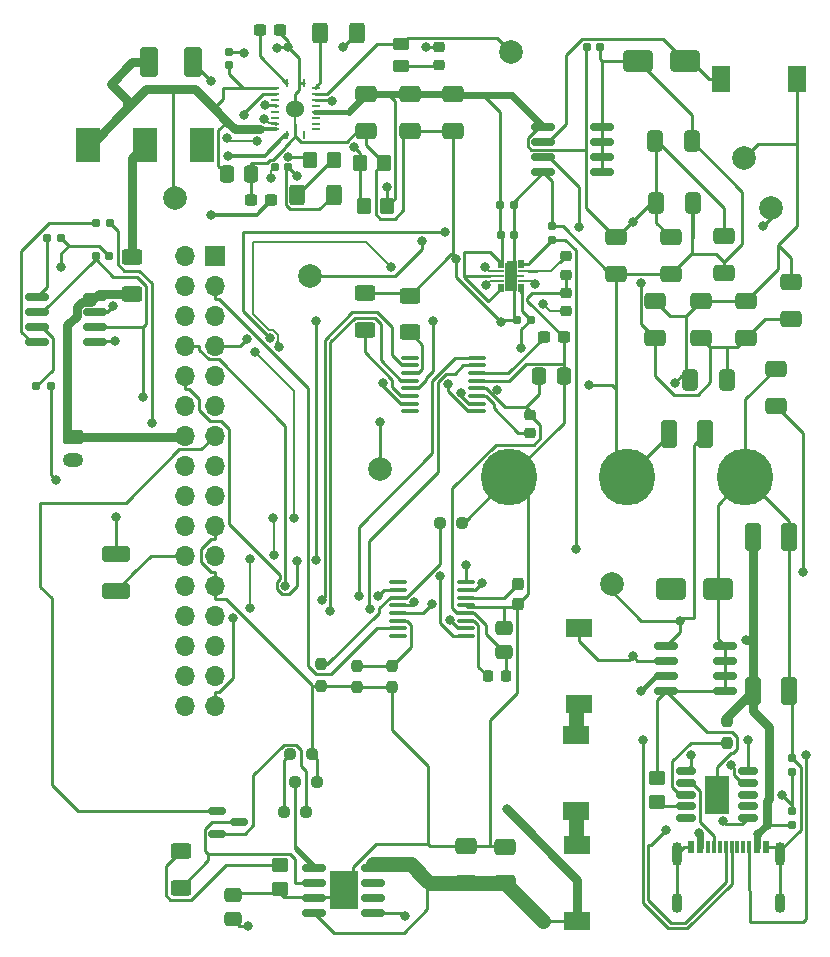
<source format=gbr>
%TF.GenerationSoftware,KiCad,Pcbnew,9.0.0*%
%TF.CreationDate,2025-03-28T12:28:05+02:00*%
%TF.ProjectId,EEE3088F Micromouse Design,45454533-3038-4384-9620-4d6963726f6d,rev?*%
%TF.SameCoordinates,Original*%
%TF.FileFunction,Copper,L1,Top*%
%TF.FilePolarity,Positive*%
%FSLAX46Y46*%
G04 Gerber Fmt 4.6, Leading zero omitted, Abs format (unit mm)*
G04 Created by KiCad (PCBNEW 9.0.0) date 2025-03-28 12:28:05*
%MOMM*%
%LPD*%
G01*
G04 APERTURE LIST*
G04 Aperture macros list*
%AMRoundRect*
0 Rectangle with rounded corners*
0 $1 Rounding radius*
0 $2 $3 $4 $5 $6 $7 $8 $9 X,Y pos of 4 corners*
0 Add a 4 corners polygon primitive as box body*
4,1,4,$2,$3,$4,$5,$6,$7,$8,$9,$2,$3,0*
0 Add four circle primitives for the rounded corners*
1,1,$1+$1,$2,$3*
1,1,$1+$1,$4,$5*
1,1,$1+$1,$6,$7*
1,1,$1+$1,$8,$9*
0 Add four rect primitives between the rounded corners*
20,1,$1+$1,$2,$3,$4,$5,0*
20,1,$1+$1,$4,$5,$6,$7,0*
20,1,$1+$1,$6,$7,$8,$9,0*
20,1,$1+$1,$8,$9,$2,$3,0*%
%AMFreePoly0*
4,1,37,0.478536,1.278536,0.480000,1.275000,0.480000,-1.275000,0.478536,-1.278536,0.475000,-1.280000,-0.475000,-1.280000,-0.478536,-1.278536,-0.480000,-1.275000,-0.480000,1.100000,-0.478536,1.103536,-0.475000,1.105000,-0.466273,1.105000,-0.448826,1.106938,-0.431331,1.110826,-0.413692,1.116706,-0.405996,1.119592,-0.398236,1.123472,-0.398031,1.123569,-0.389494,1.127363,-0.382906,1.132069,
-0.382650,1.132240,-0.374967,1.137041,-0.361254,1.148796,-0.354545,1.154545,-0.342796,1.168254,-0.337041,1.174967,-0.327365,1.190450,-0.319592,1.205996,-0.316706,1.213692,-0.310826,1.231331,-0.306938,1.248826,-0.305000,1.266273,-0.305000,1.275000,-0.303536,1.278536,-0.300000,1.280000,0.475000,1.280000,0.478536,1.278536,0.478536,1.278536,$1*%
G04 Aperture macros list end*
%TA.AperFunction,SMDPad,CuDef*%
%ADD10R,0.244000X0.700000*%
%TD*%
%TA.AperFunction,SMDPad,CuDef*%
%ADD11R,0.700000X0.244000*%
%TD*%
%TA.AperFunction,SMDPad,CuDef*%
%ADD12C,1.524000*%
%TD*%
%TA.AperFunction,SMDPad,CuDef*%
%ADD13RoundRect,0.250000X0.475000X-0.337500X0.475000X0.337500X-0.475000X0.337500X-0.475000X-0.337500X0*%
%TD*%
%TA.AperFunction,SMDPad,CuDef*%
%ADD14RoundRect,0.237500X0.237500X-0.250000X0.237500X0.250000X-0.237500X0.250000X-0.237500X-0.250000X0*%
%TD*%
%TA.AperFunction,SMDPad,CuDef*%
%ADD15RoundRect,0.250000X-0.625000X0.400000X-0.625000X-0.400000X0.625000X-0.400000X0.625000X0.400000X0*%
%TD*%
%TA.AperFunction,SMDPad,CuDef*%
%ADD16RoundRect,0.250000X-0.350000X-0.450000X0.350000X-0.450000X0.350000X0.450000X-0.350000X0.450000X0*%
%TD*%
%TA.AperFunction,SMDPad,CuDef*%
%ADD17RoundRect,0.250000X0.650000X-0.412500X0.650000X0.412500X-0.650000X0.412500X-0.650000X-0.412500X0*%
%TD*%
%TA.AperFunction,SMDPad,CuDef*%
%ADD18RoundRect,0.225000X0.250000X-0.225000X0.250000X0.225000X-0.250000X0.225000X-0.250000X-0.225000X0*%
%TD*%
%TA.AperFunction,SMDPad,CuDef*%
%ADD19RoundRect,0.250000X-0.475000X0.337500X-0.475000X-0.337500X0.475000X-0.337500X0.475000X0.337500X0*%
%TD*%
%TA.AperFunction,SMDPad,CuDef*%
%ADD20RoundRect,0.250000X-0.650000X0.412500X-0.650000X-0.412500X0.650000X-0.412500X0.650000X0.412500X0*%
%TD*%
%TA.AperFunction,SMDPad,CuDef*%
%ADD21R,2.200000X1.500000*%
%TD*%
%TA.AperFunction,SMDPad,CuDef*%
%ADD22RoundRect,0.160000X-0.197500X-0.160000X0.197500X-0.160000X0.197500X0.160000X-0.197500X0.160000X0*%
%TD*%
%TA.AperFunction,SMDPad,CuDef*%
%ADD23RoundRect,0.100000X-0.637500X-0.100000X0.637500X-0.100000X0.637500X0.100000X-0.637500X0.100000X0*%
%TD*%
%TA.AperFunction,ComponentPad*%
%ADD24RoundRect,0.250000X-0.625000X0.350000X-0.625000X-0.350000X0.625000X-0.350000X0.625000X0.350000X0*%
%TD*%
%TA.AperFunction,ComponentPad*%
%ADD25O,1.750000X1.200000*%
%TD*%
%TA.AperFunction,SMDPad,CuDef*%
%ADD26RoundRect,0.237500X0.300000X0.237500X-0.300000X0.237500X-0.300000X-0.237500X0.300000X-0.237500X0*%
%TD*%
%TA.AperFunction,SMDPad,CuDef*%
%ADD27C,2.000000*%
%TD*%
%TA.AperFunction,SMDPad,CuDef*%
%ADD28RoundRect,0.250000X0.625000X-0.400000X0.625000X0.400000X-0.625000X0.400000X-0.625000X-0.400000X0*%
%TD*%
%TA.AperFunction,SMDPad,CuDef*%
%ADD29RoundRect,0.155000X-0.212500X-0.155000X0.212500X-0.155000X0.212500X0.155000X-0.212500X0.155000X0*%
%TD*%
%TA.AperFunction,SMDPad,CuDef*%
%ADD30R,0.500000X0.650000*%
%TD*%
%TA.AperFunction,SMDPad,CuDef*%
%ADD31R,0.500000X0.250000*%
%TD*%
%TA.AperFunction,SMDPad,CuDef*%
%ADD32FreePoly0,0.000000*%
%TD*%
%TA.AperFunction,SMDPad,CuDef*%
%ADD33R,1.500000X2.200000*%
%TD*%
%TA.AperFunction,SMDPad,CuDef*%
%ADD34RoundRect,0.225000X-0.250000X0.225000X-0.250000X-0.225000X0.250000X-0.225000X0.250000X0.225000X0*%
%TD*%
%TA.AperFunction,SMDPad,CuDef*%
%ADD35RoundRect,0.250000X-0.450000X0.350000X-0.450000X-0.350000X0.450000X-0.350000X0.450000X0.350000X0*%
%TD*%
%TA.AperFunction,SMDPad,CuDef*%
%ADD36RoundRect,0.150000X-0.825000X-0.150000X0.825000X-0.150000X0.825000X0.150000X-0.825000X0.150000X0*%
%TD*%
%TA.AperFunction,SMDPad,CuDef*%
%ADD37RoundRect,0.250000X0.412500X0.925000X-0.412500X0.925000X-0.412500X-0.925000X0.412500X-0.925000X0*%
%TD*%
%TA.AperFunction,SMDPad,CuDef*%
%ADD38RoundRect,0.250000X1.000000X0.650000X-1.000000X0.650000X-1.000000X-0.650000X1.000000X-0.650000X0*%
%TD*%
%TA.AperFunction,SMDPad,CuDef*%
%ADD39RoundRect,0.250000X-1.000000X-0.650000X1.000000X-0.650000X1.000000X0.650000X-1.000000X0.650000X0*%
%TD*%
%TA.AperFunction,SMDPad,CuDef*%
%ADD40RoundRect,0.225000X0.225000X0.250000X-0.225000X0.250000X-0.225000X-0.250000X0.225000X-0.250000X0*%
%TD*%
%TA.AperFunction,SMDPad,CuDef*%
%ADD41RoundRect,0.250000X-0.412500X-0.650000X0.412500X-0.650000X0.412500X0.650000X-0.412500X0.650000X0*%
%TD*%
%TA.AperFunction,SMDPad,CuDef*%
%ADD42RoundRect,0.250000X0.450000X-0.262500X0.450000X0.262500X-0.450000X0.262500X-0.450000X-0.262500X0*%
%TD*%
%TA.AperFunction,SMDPad,CuDef*%
%ADD43RoundRect,0.250001X-0.499999X-0.999999X0.499999X-0.999999X0.499999X0.999999X-0.499999X0.999999X0*%
%TD*%
%TA.AperFunction,SMDPad,CuDef*%
%ADD44RoundRect,0.160000X0.160000X-0.197500X0.160000X0.197500X-0.160000X0.197500X-0.160000X-0.197500X0*%
%TD*%
%TA.AperFunction,SMDPad,CuDef*%
%ADD45RoundRect,0.250000X-0.412500X-0.925000X0.412500X-0.925000X0.412500X0.925000X-0.412500X0.925000X0*%
%TD*%
%TA.AperFunction,SMDPad,CuDef*%
%ADD46RoundRect,0.250000X0.337500X0.475000X-0.337500X0.475000X-0.337500X-0.475000X0.337500X-0.475000X0*%
%TD*%
%TA.AperFunction,SMDPad,CuDef*%
%ADD47RoundRect,0.237500X-0.237500X0.250000X-0.237500X-0.250000X0.237500X-0.250000X0.237500X0.250000X0*%
%TD*%
%TA.AperFunction,SMDPad,CuDef*%
%ADD48RoundRect,0.250000X0.400000X0.625000X-0.400000X0.625000X-0.400000X-0.625000X0.400000X-0.625000X0*%
%TD*%
%TA.AperFunction,SMDPad,CuDef*%
%ADD49RoundRect,0.150000X-0.587500X-0.150000X0.587500X-0.150000X0.587500X0.150000X-0.587500X0.150000X0*%
%TD*%
%TA.AperFunction,SMDPad,CuDef*%
%ADD50RoundRect,0.155000X0.212500X0.155000X-0.212500X0.155000X-0.212500X-0.155000X0.212500X-0.155000X0*%
%TD*%
%TA.AperFunction,SMDPad,CuDef*%
%ADD51RoundRect,0.250000X-0.337500X-0.475000X0.337500X-0.475000X0.337500X0.475000X-0.337500X0.475000X0*%
%TD*%
%TA.AperFunction,SMDPad,CuDef*%
%ADD52RoundRect,0.250000X0.350000X0.450000X-0.350000X0.450000X-0.350000X-0.450000X0.350000X-0.450000X0*%
%TD*%
%TA.AperFunction,ComponentPad*%
%ADD53R,2.000000X3.000000*%
%TD*%
%TA.AperFunction,SMDPad,CuDef*%
%ADD54RoundRect,0.237500X-0.250000X-0.237500X0.250000X-0.237500X0.250000X0.237500X-0.250000X0.237500X0*%
%TD*%
%TA.AperFunction,SMDPad,CuDef*%
%ADD55RoundRect,0.237500X0.237500X-0.300000X0.237500X0.300000X-0.237500X0.300000X-0.237500X-0.300000X0*%
%TD*%
%TA.AperFunction,HeatsinkPad*%
%ADD56R,2.410000X3.300000*%
%TD*%
%TA.AperFunction,SMDPad,CuDef*%
%ADD57RoundRect,0.237500X0.250000X0.237500X-0.250000X0.237500X-0.250000X-0.237500X0.250000X-0.237500X0*%
%TD*%
%TA.AperFunction,ComponentPad*%
%ADD58R,1.700000X1.700000*%
%TD*%
%TA.AperFunction,ComponentPad*%
%ADD59O,1.700000X1.700000*%
%TD*%
%TA.AperFunction,SMDPad,CuDef*%
%ADD60RoundRect,0.155000X0.155000X-0.212500X0.155000X0.212500X-0.155000X0.212500X-0.155000X-0.212500X0*%
%TD*%
%TA.AperFunction,SMDPad,CuDef*%
%ADD61R,0.600000X1.140000*%
%TD*%
%TA.AperFunction,SMDPad,CuDef*%
%ADD62R,0.300000X1.140000*%
%TD*%
%TA.AperFunction,ComponentPad*%
%ADD63O,0.900000X2.000000*%
%TD*%
%TA.AperFunction,ComponentPad*%
%ADD64O,0.900000X1.700000*%
%TD*%
%TA.AperFunction,SMDPad,CuDef*%
%ADD65RoundRect,0.250000X-0.925000X0.412500X-0.925000X-0.412500X0.925000X-0.412500X0.925000X0.412500X0*%
%TD*%
%TA.AperFunction,SMDPad,CuDef*%
%ADD66RoundRect,0.150000X0.687500X0.150000X-0.687500X0.150000X-0.687500X-0.150000X0.687500X-0.150000X0*%
%TD*%
%TA.AperFunction,HeatsinkPad*%
%ADD67R,2.100000X3.300000*%
%TD*%
%TA.AperFunction,SMDPad,CuDef*%
%ADD68RoundRect,0.155000X-0.155000X0.212500X-0.155000X-0.212500X0.155000X-0.212500X0.155000X0.212500X0*%
%TD*%
%TA.AperFunction,ViaPad*%
%ADD69C,0.800000*%
%TD*%
%TA.AperFunction,ViaPad*%
%ADD70C,4.800000*%
%TD*%
%TA.AperFunction,Conductor*%
%ADD71C,0.250000*%
%TD*%
%TA.AperFunction,Conductor*%
%ADD72C,0.140000*%
%TD*%
%TA.AperFunction,Conductor*%
%ADD73C,1.270000*%
%TD*%
%TA.AperFunction,Conductor*%
%ADD74C,0.400000*%
%TD*%
%TA.AperFunction,Conductor*%
%ADD75C,0.760000*%
%TD*%
%TA.AperFunction,Conductor*%
%ADD76C,0.240200*%
%TD*%
%TA.AperFunction,Conductor*%
%ADD77C,0.300000*%
%TD*%
%TA.AperFunction,Conductor*%
%ADD78C,0.180000*%
%TD*%
%TA.AperFunction,Conductor*%
%ADD79C,0.600000*%
%TD*%
%TA.AperFunction,Conductor*%
%ADD80C,0.450000*%
%TD*%
G04 APERTURE END LIST*
D10*
%TO.P,U3,1,VCC*%
%TO.N,Net-(U3-VCC)*%
X82880500Y-75526500D03*
D11*
%TO.P,U3,2,EN*%
%TO.N,/Vcc*%
X81903500Y-75963500D03*
%TO.P,U3,3,FSW*%
%TO.N,Net-(U3-FSW)*%
X81903500Y-76463500D03*
%TO.P,U3,4,SW_7*%
%TO.N,unconnected-(U3-SW_7-Pad4)*%
X81903500Y-76963500D03*
%TO.P,U3,5,SW_4*%
%TO.N,Net-(U3-SW_4)*%
X81903500Y-77463500D03*
%TO.P,U3,6,SW_5*%
%TO.N,unconnected-(U3-SW_5-Pad6)*%
X81903500Y-77963500D03*
%TO.P,U3,7,SW_6*%
%TO.N,unconnected-(U3-SW_6-Pad7)*%
X81903500Y-78463500D03*
%TO.P,U3,8,BOOT*%
%TO.N,Net-(U3-BOOT)*%
X81903500Y-78963500D03*
%TO.P,U3,9,VIN*%
%TO.N,/Vcc*%
X81903500Y-79463500D03*
D10*
%TO.P,U3,10,SS*%
%TO.N,Net-(U3-SS)*%
X82880500Y-79896500D03*
%TO.P,U3,11,NC_11*%
%TO.N,unconnected-(U3-NC_11-Pad11)*%
X84380500Y-79896500D03*
D11*
%TO.P,U3,12,NC_12*%
%TO.N,unconnected-(U3-NC_12-Pad12)*%
X85357500Y-79463500D03*
%TO.P,U3,13,MODE*%
%TO.N,unconnected-(U3-MODE-Pad13)*%
X85357500Y-78963500D03*
%TO.P,U3,14,VOUT_16*%
%TO.N,unconnected-(U3-VOUT_16-Pad14)*%
X85357500Y-78463500D03*
%TO.P,U3,15,VOUT_14*%
%TO.N,/5V Out*%
X85357500Y-77963500D03*
%TO.P,U3,16,VOUT_15*%
%TO.N,unconnected-(U3-VOUT_15-Pad16)*%
X85357500Y-77463500D03*
%TO.P,U3,17,FB*%
%TO.N,/FB*%
X85357500Y-76963500D03*
%TO.P,U3,18,COMP*%
%TO.N,Net-(U3-COMP)*%
X85357500Y-76463500D03*
%TO.P,U3,19,ILIM*%
%TO.N,Net-(U3-ILIM)*%
X85357500Y-75963500D03*
D10*
%TO.P,U3,20,AGND*%
%TO.N,GND*%
X84380500Y-75526500D03*
D12*
%TO.P,U3,21,PGND*%
X83631000Y-77711500D03*
%TD*%
D13*
%TO.P,C44,1*%
%TO.N,/V_Battery+*%
X78306000Y-146349000D03*
%TO.P,C44,2*%
%TO.N,GND*%
X78306000Y-144274000D03*
%TD*%
D14*
%TO.P,R18,1*%
%TO.N,Net-(U9-VBUS)*%
X120206000Y-131386500D03*
%TO.P,R18,2*%
%TO.N,/HV*%
X120206000Y-129561500D03*
%TD*%
D15*
%TO.P,R1,1*%
%TO.N,Net-(SW1-B)*%
X69806000Y-90274000D03*
%TO.P,R1,2*%
%TO.N,/V_Battery+*%
X69806000Y-93374000D03*
%TD*%
D16*
%TO.P,R4,1*%
%TO.N,Net-(U3-FSW)*%
X84906000Y-82074000D03*
%TO.P,R4,2*%
%TO.N,Net-(R21-Pad2)*%
X86906000Y-82074000D03*
%TD*%
D17*
%TO.P,C15,1*%
%TO.N,/Stepped Down 5V*%
X101406000Y-143299000D03*
%TO.P,C15,2*%
%TO.N,GND*%
X101406000Y-140174000D03*
%TD*%
D18*
%TO.P,C19,1*%
%TO.N,Net-(C19-Pad1)*%
X95806000Y-74049000D03*
%TO.P,C19,2*%
%TO.N,GND*%
X95806000Y-72499000D03*
%TD*%
D19*
%TO.P,C41,1*%
%TO.N,GND*%
X101306000Y-121636500D03*
%TO.P,C41,2*%
%TO.N,/V_Battery+*%
X101306000Y-123711500D03*
%TD*%
D20*
%TO.P,C22,1*%
%TO.N,/5V Out*%
X97006000Y-76474000D03*
%TO.P,C22,2*%
%TO.N,GND*%
X97006000Y-79599000D03*
%TD*%
D17*
%TO.P,C56,1*%
%TO.N,/Stepped Down 5V*%
X124306000Y-102836500D03*
%TO.P,C56,2*%
%TO.N,GND*%
X124306000Y-99711500D03*
%TD*%
D21*
%TO.P,L3,1,1*%
%TO.N,Net-(D3-K)*%
X107606000Y-121674000D03*
%TO.P,L3,2,2*%
%TO.N,Net-(L3-Pad2)*%
X107606000Y-128074000D03*
%TD*%
D20*
%TO.P,C20,1*%
%TO.N,/5V Out*%
X89606000Y-76474000D03*
%TO.P,C20,2*%
%TO.N,GND*%
X89606000Y-79599000D03*
%TD*%
D16*
%TO.P,R8,1*%
%TO.N,/FB*%
X89406000Y-85974000D03*
%TO.P,R8,2*%
%TO.N,/5V Out*%
X91406000Y-85974000D03*
%TD*%
D22*
%TO.P,R2,1*%
%TO.N,Net-(U1-A1)*%
X62608500Y-88674000D03*
%TO.P,R2,2*%
%TO.N,/5V Out*%
X63803500Y-88674000D03*
%TD*%
D23*
%TO.P,U11,1,~{SLEEP}*%
%TO.N,unconnected-(U11-~{SLEEP}-Pad1)*%
X93306000Y-98774000D03*
%TO.P,U11,2,AOUT1*%
%TO.N,/MOTOR1_A_OUT*%
X93306000Y-99424000D03*
%TO.P,U11,3,AISEN*%
%TO.N,Net-(U11-AISEN)*%
X93306000Y-100074000D03*
%TO.P,U11,4,AOUT2*%
%TO.N,/MOTOR1_B_OUT*%
X93306000Y-100724000D03*
%TO.P,U11,5,BOUT2*%
%TO.N,/Motor2_B_OUT*%
X93306000Y-101374000D03*
%TO.P,U11,6,BISEN*%
%TO.N,Net-(U11-BISEN)*%
X93306000Y-102024000D03*
%TO.P,U11,7,BOUT1*%
%TO.N,/Motor2_A_OUT*%
X93306000Y-102674000D03*
%TO.P,U11,8,~{FAULT}*%
%TO.N,unconnected-(U11-~{FAULT}-Pad8)*%
X93306000Y-103324000D03*
%TO.P,U11,9,BIN1*%
%TO.N,/MOTOR2_CTRL1*%
X99031000Y-103324000D03*
%TO.P,U11,10,BIN2*%
%TO.N,/MOTOR2_CTRL2*%
X99031000Y-102674000D03*
%TO.P,U11,11,VCP*%
%TO.N,Net-(U11-VCP)*%
X99031000Y-102024000D03*
%TO.P,U11,12,VM*%
%TO.N,/V_Battery+*%
X99031000Y-101374000D03*
%TO.P,U11,13,GND*%
%TO.N,GND*%
X99031000Y-100724000D03*
%TO.P,U11,14,VINT*%
%TO.N,Net-(U11-VINT)*%
X99031000Y-100074000D03*
%TO.P,U11,15,AIN2*%
%TO.N,/MOTOR1_CTRL2*%
X99031000Y-99424000D03*
%TO.P,U11,16,AIN1*%
%TO.N,/MOTOR1_CTRL1*%
X99031000Y-98774000D03*
%TD*%
D20*
%TO.P,C47,1*%
%TO.N,/5V Out*%
X115406000Y-88611500D03*
%TO.P,C47,2*%
%TO.N,GND*%
X115406000Y-91736500D03*
%TD*%
D24*
%TO.P,J2,1,Pin_1*%
%TO.N,/V_Battery+*%
X64816000Y-105464000D03*
D25*
%TO.P,J2,2,Pin_2*%
%TO.N,GND*%
X64816000Y-107464000D03*
%TD*%
D26*
%TO.P,C29,1*%
%TO.N,GND*%
X106368500Y-97074000D03*
%TO.P,C29,2*%
%TO.N,Net-(U11-VINT)*%
X104643500Y-97074000D03*
%TD*%
D27*
%TO.P,ind1,1,1*%
%TO.N,Net-(U3-SW_4)*%
X84906000Y-91874000D03*
%TD*%
D28*
%TO.P,R27,1*%
%TO.N,Net-(Q2-D)*%
X73906000Y-143674000D03*
%TO.P,R27,2*%
%TO.N,Net-(R27-Pad2)*%
X73906000Y-140574000D03*
%TD*%
D29*
%TO.P,C1,1*%
%TO.N,/5V Out*%
X108306000Y-72474000D03*
%TO.P,C1,2*%
%TO.N,GND*%
X109441000Y-72474000D03*
%TD*%
%TO.P,C34,1*%
%TO.N,GND*%
X102401000Y-95574000D03*
%TO.P,C34,2*%
%TO.N,/EXT_LOAD2_OUT*%
X103536000Y-95574000D03*
%TD*%
D30*
%TO.P,U13,1_2,VIN1*%
%TO.N,/5V Out*%
X101043500Y-90874000D03*
D31*
%TO.P,U13,3,EN1*%
%TO.N,/CTRL_EXT_LOAD1*%
X101043500Y-91474000D03*
%TO.P,U13,4,VBIAS*%
%TO.N,/5V Out*%
X101043500Y-91874000D03*
%TO.P,U13,5,EN2*%
%TO.N,/CTRL_EXT_LOAD2*%
X101043500Y-92274000D03*
D30*
%TO.P,U13,6_7,VIN2*%
%TO.N,/5V Out*%
X101043500Y-92874000D03*
%TO.P,U13,8_9,VOUT2*%
%TO.N,/EXT_LOAD2_OUT*%
X102743500Y-92874000D03*
D31*
%TO.P,U13,10,SS2*%
%TO.N,Net-(U13-SS2)*%
X102743500Y-92274000D03*
%TO.P,U13,11,GND*%
%TO.N,GND*%
X102743500Y-91874000D03*
%TO.P,U13,12,SS1*%
%TO.N,Net-(U13-SS1)*%
X102743500Y-91474000D03*
D30*
%TO.P,U13,13_14,VOUT1*%
%TO.N,/EXT_LOAD1_OUT*%
X102743500Y-90874000D03*
D32*
%TO.P,U13,15,EXP*%
%TO.N,GND*%
X101893500Y-91874000D03*
%TD*%
D33*
%TO.P,L6,1,1*%
%TO.N,Net-(D4-K)*%
X119706000Y-75174000D03*
%TO.P,L6,2,2*%
%TO.N,/3.3V Out*%
X126106000Y-75174000D03*
%TD*%
D17*
%TO.P,C14,1*%
%TO.N,/Stepped Down 5V*%
X98106000Y-143274000D03*
%TO.P,C14,2*%
%TO.N,GND*%
X98106000Y-140149000D03*
%TD*%
D34*
%TO.P,C35,1*%
%TO.N,Net-(U13-SS1)*%
X106568500Y-90199000D03*
%TO.P,C35,2*%
%TO.N,GND*%
X106568500Y-91749000D03*
%TD*%
D35*
%TO.P,R16,1*%
%TO.N,GND*%
X114206000Y-134374000D03*
%TO.P,R16,2*%
%TO.N,Net-(U9-CFG1)*%
X114206000Y-136374000D03*
%TD*%
D36*
%TO.P,U14,1,VIN*%
%TO.N,/HV*%
X115031000Y-123174000D03*
%TO.P,U14,2,OUT*%
%TO.N,Net-(D3-K)*%
X115031000Y-124444000D03*
%TO.P,U14,3,FB*%
%TO.N,/Stepped Down 5V*%
X115031000Y-125714000D03*
%TO.P,U14,4,~{EN}*%
%TO.N,GND*%
X115031000Y-126984000D03*
%TO.P,U14,5,GND*%
X119981000Y-126984000D03*
%TO.P,U14,6,GND*%
X119981000Y-125714000D03*
%TO.P,U14,7,GND*%
X119981000Y-124444000D03*
%TO.P,U14,8,GND*%
X119981000Y-123174000D03*
%TD*%
D28*
%TO.P,R35,1*%
%TO.N,Net-(U11-AISEN)*%
X93306000Y-96624000D03*
%TO.P,R35,2*%
%TO.N,GND*%
X93306000Y-93524000D03*
%TD*%
D37*
%TO.P,C50,1*%
%TO.N,GND*%
X125443500Y-113979000D03*
%TO.P,C50,2*%
%TO.N,/HV*%
X122368500Y-113979000D03*
%TD*%
D38*
%TO.P,D4,1,K*%
%TO.N,Net-(D4-K)*%
X116606000Y-73674000D03*
%TO.P,D4,2,A*%
%TO.N,GND*%
X112606000Y-73674000D03*
%TD*%
D39*
%TO.P,D3,1,K*%
%TO.N,Net-(D3-K)*%
X115406000Y-118379000D03*
%TO.P,D3,2,A*%
%TO.N,GND*%
X119406000Y-118379000D03*
%TD*%
D27*
%TO.P,ind2,1,1*%
%TO.N,/Vcc*%
X73406000Y-85274000D03*
%TD*%
D36*
%TO.P,U2,1,VIN*%
%TO.N,/5V Out*%
X104631000Y-79269000D03*
%TO.P,U2,2,OUT*%
%TO.N,Net-(D4-K)*%
X104631000Y-80539000D03*
%TO.P,U2,3,FB*%
%TO.N,Net-(U2-FB)*%
X104631000Y-81809000D03*
%TO.P,U2,4,~{EN}*%
%TO.N,GND*%
X104631000Y-83079000D03*
%TO.P,U2,5,GND*%
X109581000Y-83079000D03*
%TO.P,U2,6,GND*%
X109581000Y-81809000D03*
%TO.P,U2,7,GND*%
X109581000Y-80539000D03*
%TO.P,U2,8,GND*%
X109581000Y-79269000D03*
%TD*%
D40*
%TO.P,C30,1*%
%TO.N,/V_Battery+*%
X101481000Y-125774000D03*
%TO.P,C30,2*%
%TO.N,Net-(U12-VCP)*%
X99931000Y-125774000D03*
%TD*%
D41*
%TO.P,C46,1*%
%TO.N,/5V Out*%
X114081000Y-80474000D03*
%TO.P,C46,2*%
%TO.N,GND*%
X117206000Y-80474000D03*
%TD*%
D42*
%TO.P,R6,1*%
%TO.N,Net-(C19-Pad1)*%
X92606000Y-74086500D03*
%TO.P,R6,2*%
%TO.N,Net-(U3-COMP)*%
X92606000Y-72261500D03*
%TD*%
D43*
%TO.P,L2,1,1*%
%TO.N,/Vcc*%
X71256000Y-73774000D03*
%TO.P,L2,2,2*%
%TO.N,Net-(U3-SW_4)*%
X74956000Y-73774000D03*
%TD*%
D29*
%TO.P,C27,1*%
%TO.N,/5V Out*%
X101001000Y-88374000D03*
%TO.P,C27,2*%
%TO.N,GND*%
X102136000Y-88374000D03*
%TD*%
D20*
%TO.P,C53,1*%
%TO.N,/3.3V Out*%
X121806000Y-94011500D03*
%TO.P,C53,2*%
%TO.N,Net-(U2-FB)*%
X121806000Y-97136500D03*
%TD*%
D44*
%TO.P,R15,1*%
%TO.N,/HV*%
X125706000Y-138371500D03*
%TO.P,R15,2*%
%TO.N,Net-(U9-VDD)*%
X125706000Y-137176500D03*
%TD*%
D41*
%TO.P,C40,1*%
%TO.N,/5V Out*%
X114143500Y-85674000D03*
%TO.P,C40,2*%
%TO.N,GND*%
X117268500Y-85674000D03*
%TD*%
D20*
%TO.P,C42,1*%
%TO.N,/3.3V Out*%
X118006000Y-94011500D03*
%TO.P,C42,2*%
%TO.N,Net-(U2-FB)*%
X118006000Y-97136500D03*
%TD*%
D45*
%TO.P,C49,1*%
%TO.N,GND*%
X115268500Y-105274000D03*
%TO.P,C49,2*%
%TO.N,/HV*%
X118343500Y-105274000D03*
%TD*%
D46*
%TO.P,C45,1*%
%TO.N,GND*%
X106343500Y-100374000D03*
%TO.P,C45,2*%
%TO.N,/V_Battery+*%
X104268500Y-100374000D03*
%TD*%
D47*
%TO.P,R29,1*%
%TO.N,Net-(U12-BISEN)*%
X91806000Y-124861500D03*
%TO.P,R29,2*%
%TO.N,GND*%
X91806000Y-126686500D03*
%TD*%
D26*
%TO.P,C18,1*%
%TO.N,Net-(U3-SS)*%
X81606000Y-85474000D03*
%TO.P,C18,2*%
%TO.N,GND*%
X79881000Y-85474000D03*
%TD*%
D27*
%TO.P,Comp1,1,1*%
%TO.N,Net-(U3-COMP)*%
X101906000Y-72874000D03*
%TD*%
D29*
%TO.P,C17,1*%
%TO.N,Net-(U3-BOOT)*%
X81871000Y-82674000D03*
%TO.P,C17,2*%
%TO.N,Net-(U3-SW_4)*%
X83006000Y-82674000D03*
%TD*%
D28*
%TO.P,R26,1*%
%TO.N,Net-(U11-BISEN)*%
X89506000Y-96424000D03*
%TO.P,R26,2*%
%TO.N,GND*%
X89506000Y-93324000D03*
%TD*%
D22*
%TO.P,R9,1*%
%TO.N,Net-(U1-SDA)*%
X61706000Y-101174000D03*
%TO.P,R9,2*%
%TO.N,/SDA_INA219*%
X62901000Y-101174000D03*
%TD*%
D48*
%TO.P,R21,1*%
%TO.N,Net-(U3-SW_4)*%
X86906000Y-84974000D03*
%TO.P,R21,2*%
%TO.N,Net-(R21-Pad2)*%
X83806000Y-84974000D03*
%TD*%
D29*
%TO.P,C51,1*%
%TO.N,GND*%
X66706000Y-90174000D03*
%TO.P,C51,2*%
%TO.N,/5V Out*%
X67841000Y-90174000D03*
%TD*%
D21*
%TO.P,L5,1,1*%
%TO.N,Net-(L4-Pad2)*%
X107506000Y-140074000D03*
%TO.P,L5,2,2*%
%TO.N,/Stepped Down 5V*%
X107506000Y-146474000D03*
%TD*%
D27*
%TO.P,TP17,1,1*%
%TO.N,/5V Out*%
X123906000Y-86074000D03*
%TD*%
D20*
%TO.P,C38,1*%
%TO.N,/5V Out*%
X119906000Y-88511500D03*
%TO.P,C38,2*%
%TO.N,GND*%
X119906000Y-91636500D03*
%TD*%
D49*
%TO.P,Q2,1,G*%
%TO.N,/FAST_CHARGE_CTRL*%
X77006000Y-137174000D03*
%TO.P,Q2,2,S*%
%TO.N,Net-(Q2-S)*%
X77006000Y-139074000D03*
%TO.P,Q2,3,D*%
%TO.N,Net-(Q2-D)*%
X78881000Y-138124000D03*
%TD*%
D26*
%TO.P,C52,1*%
%TO.N,GND*%
X82331000Y-71074000D03*
%TO.P,C52,2*%
%TO.N,Net-(U3-VCC)*%
X80606000Y-71074000D03*
%TD*%
D50*
%TO.P,C32,1*%
%TO.N,GND*%
X102103500Y-85874000D03*
%TO.P,C32,2*%
%TO.N,/5V Out*%
X100968500Y-85874000D03*
%TD*%
D51*
%TO.P,C39,1*%
%TO.N,/Vcc*%
X77831000Y-83274000D03*
%TO.P,C39,2*%
%TO.N,GND*%
X79906000Y-83274000D03*
%TD*%
D20*
%TO.P,C37,1*%
%TO.N,/5V Out*%
X110806000Y-88611500D03*
%TO.P,C37,2*%
%TO.N,GND*%
X110806000Y-91736500D03*
%TD*%
D52*
%TO.P,R7,1*%
%TO.N,GND*%
X91106000Y-82274000D03*
%TO.P,R7,2*%
%TO.N,/FB*%
X89106000Y-82274000D03*
%TD*%
D53*
%TO.P,SW1,1,A*%
%TO.N,/Vcc*%
X66106000Y-80774000D03*
%TO.P,SW1,2,B*%
%TO.N,Net-(SW1-B)*%
X70906000Y-80774000D03*
%TO.P,SW1,3,C*%
%TO.N,unconnected-(SW1-C-Pad3)*%
X75706000Y-80774000D03*
%TD*%
D36*
%TO.P,U1,1,A1*%
%TO.N,Net-(U1-A1)*%
X61731000Y-93669000D03*
%TO.P,U1,2,A0*%
%TO.N,GND*%
X61731000Y-94939000D03*
%TO.P,U1,3,SDA*%
%TO.N,Net-(U1-SDA)*%
X61731000Y-96209000D03*
%TO.P,U1,4,SCL*%
%TO.N,Net-(U1-SCL)*%
X61731000Y-97479000D03*
%TO.P,U1,5,VS*%
%TO.N,/5V Out*%
X66681000Y-97479000D03*
%TO.P,U1,6,GND*%
%TO.N,GND*%
X66681000Y-96209000D03*
%TO.P,U1,7,IN-*%
%TO.N,Net-(SW1-B)*%
X66681000Y-94939000D03*
%TO.P,U1,8,IN+*%
%TO.N,/V_Battery+*%
X66681000Y-93669000D03*
%TD*%
D22*
%TO.P,R3,1*%
%TO.N,Net-(U1-SCL)*%
X66708500Y-87374000D03*
%TO.P,R3,2*%
%TO.N,/SCLK_INA219*%
X67903500Y-87374000D03*
%TD*%
D54*
%TO.P,R34,1*%
%TO.N,Net-(R33-Pad2)*%
X83181000Y-132374000D03*
%TO.P,R34,2*%
%TO.N,GND*%
X85006000Y-132374000D03*
%TD*%
D18*
%TO.P,C36,1*%
%TO.N,Net-(U13-SS2)*%
X106568500Y-94849000D03*
%TO.P,C36,2*%
%TO.N,GND*%
X106568500Y-93299000D03*
%TD*%
D55*
%TO.P,C31,1*%
%TO.N,GND*%
X102506000Y-119636500D03*
%TO.P,C31,2*%
%TO.N,Net-(U12-VINT)*%
X102506000Y-117911500D03*
%TD*%
D20*
%TO.P,C43,1*%
%TO.N,/3.3V Out*%
X114106000Y-94011500D03*
%TO.P,C43,2*%
%TO.N,Net-(U2-FB)*%
X114106000Y-97136500D03*
%TD*%
D47*
%TO.P,R30,1*%
%TO.N,Net-(U12-BISEN)*%
X88806000Y-124861500D03*
%TO.P,R30,2*%
%TO.N,GND*%
X88806000Y-126686500D03*
%TD*%
D36*
%TO.P,U15,1,TEMP*%
%TO.N,Net-(U15-TEMP)*%
X85231000Y-141969000D03*
%TO.P,U15,2,PROG*%
%TO.N,Net-(Q2-D)*%
X85231000Y-143239000D03*
%TO.P,U15,3,GND*%
%TO.N,GND*%
X85231000Y-144509000D03*
%TO.P,U15,4,V_{CC}*%
%TO.N,/Stepped Down 5V*%
X85231000Y-145779000D03*
%TO.P,U15,5,BAT*%
%TO.N,/V_Battery+*%
X90181000Y-145779000D03*
%TO.P,U15,6,~{STDBY}*%
%TO.N,unconnected-(U15-~{STDBY}-Pad6)*%
X90181000Y-144509000D03*
%TO.P,U15,7,~{CHRG}*%
%TO.N,unconnected-(U15-~{CHRG}-Pad7)*%
X90181000Y-143239000D03*
%TO.P,U15,8,CE*%
%TO.N,/Stepped Down 5V*%
X90181000Y-141969000D03*
D56*
%TO.P,U15,9,EPAD*%
%TO.N,GND*%
X87706000Y-143874000D03*
%TD*%
D57*
%TO.P,R19,1*%
%TO.N,GND*%
X85431000Y-134674000D03*
%TO.P,R19,2*%
%TO.N,Net-(U15-TEMP)*%
X83606000Y-134674000D03*
%TD*%
D21*
%TO.P,L4,1,1*%
%TO.N,Net-(L3-Pad2)*%
X107406000Y-130774000D03*
%TO.P,L4,2,2*%
%TO.N,Net-(L4-Pad2)*%
X107406000Y-137174000D03*
%TD*%
D37*
%TO.P,C26,1*%
%TO.N,GND*%
X125443500Y-127029000D03*
%TO.P,C26,2*%
%TO.N,/HV*%
X122368500Y-127029000D03*
%TD*%
D27*
%TO.P,HV1,1,1*%
%TO.N,/HV*%
X110406000Y-117974000D03*
%TD*%
D20*
%TO.P,C54,1*%
%TO.N,/3.3V Out*%
X125606000Y-92411500D03*
%TO.P,C54,2*%
%TO.N,Net-(U2-FB)*%
X125606000Y-95536500D03*
%TD*%
D41*
%TO.P,C55,1*%
%TO.N,/3.3V Out*%
X117043500Y-100674000D03*
%TO.P,C55,2*%
%TO.N,Net-(U2-FB)*%
X120168500Y-100674000D03*
%TD*%
D58*
%TO.P,J1,1,Pin_1*%
%TO.N,/Motor2_B_OUT*%
X76836000Y-90144000D03*
D59*
%TO.P,J1,2,Pin_2*%
%TO.N,/Motor2_A_OUT*%
X74296000Y-90144000D03*
%TO.P,J1,3,Pin_3*%
%TO.N,/Motor4_A_OUT*%
X76836000Y-92684000D03*
%TO.P,J1,4,Pin_4*%
%TO.N,/MOTOR2_CTRL1*%
X74296000Y-92684000D03*
%TO.P,J1,5,Pin_5*%
%TO.N,/Motor4_B_OUT*%
X76836000Y-95224000D03*
%TO.P,J1,6,Pin_6*%
%TO.N,/MOTOR2_CTRL2*%
X74296000Y-95224000D03*
%TO.P,J1,7,Pin_7*%
%TO.N,/CTRL_EXT_LOAD2*%
X76836000Y-97764000D03*
%TO.P,J1,8,Pin_8*%
%TO.N,/MOTOR4_CTRL1*%
X74296000Y-97764000D03*
%TO.P,J1,9,Pin_9*%
%TO.N,unconnected-(J1-Pin_9-Pad9)*%
X76836000Y-100304000D03*
%TO.P,J1,10,Pin_10*%
%TO.N,/MOTOR4_CTRL2*%
X74296000Y-100304000D03*
%TO.P,J1,11,Pin_11*%
%TO.N,/EXT_LOAD2_OUT*%
X76836000Y-102844000D03*
%TO.P,J1,12,Pin_12*%
%TO.N,unconnected-(J1-Pin_12-Pad12)*%
X74296000Y-102844000D03*
%TO.P,J1,13,Pin_13*%
%TO.N,/FAST_CHARGE_CTRL*%
X76836000Y-105384000D03*
%TO.P,J1,14,Pin_14*%
%TO.N,/V_Battery+*%
X74296000Y-105384000D03*
%TO.P,J1,15,Pin_15*%
%TO.N,unconnected-(J1-Pin_15-Pad15)*%
X76836000Y-107924000D03*
%TO.P,J1,16,Pin_16*%
%TO.N,/SCLK_INA219*%
X74296000Y-107924000D03*
%TO.P,J1,17,Pin_17*%
%TO.N,/SDA_INA219*%
X76836000Y-110464000D03*
%TO.P,J1,18,Pin_18*%
%TO.N,/3.3V Out*%
X74296000Y-110464000D03*
%TO.P,J1,19,Pin_19*%
%TO.N,GND*%
X76836000Y-113004000D03*
%TO.P,J1,20,Pin_20*%
%TO.N,/5V Out*%
X74296000Y-113004000D03*
%TO.P,J1,21,Pin_21*%
%TO.N,/EXT_LOAD1_OUT*%
X76836000Y-115544000D03*
%TO.P,J1,22,Pin_22*%
%TO.N,/HV*%
X74296000Y-115544000D03*
%TO.P,J1,23,Pin_23*%
%TO.N,GND*%
X76836000Y-118084000D03*
%TO.P,J1,24,Pin_24*%
%TO.N,/MOTOR3_CTRL1*%
X74296000Y-118084000D03*
%TO.P,J1,25,Pin_25*%
%TO.N,/CTRL_EXT_LOAD1*%
X76836000Y-120624000D03*
%TO.P,J1,26,Pin_26*%
%TO.N,/MOTOR3_CTRL2*%
X74296000Y-120624000D03*
%TO.P,J1,27,Pin_27*%
%TO.N,/MOTOR3_A_OUT*%
X76836000Y-123164000D03*
%TO.P,J1,28,Pin_28*%
%TO.N,/MOTOR1_CTRL1*%
X74296000Y-123164000D03*
%TO.P,J1,29,Pin_29*%
%TO.N,/MOTOR3_B_OUT*%
X76836000Y-125704000D03*
%TO.P,J1,30,Pin_30*%
%TO.N,/MOTOR1_CTRL2*%
X74296000Y-125704000D03*
%TO.P,J1,31,Pin_31*%
%TO.N,/MOTOR1_B_OUT*%
X76836000Y-128244000D03*
%TO.P,J1,32,Pin_32*%
%TO.N,/MOTOR1_A_OUT*%
X74296000Y-128244000D03*
%TD*%
D60*
%TO.P,C24,1*%
%TO.N,Net-(U9-VDD)*%
X125706000Y-133841500D03*
%TO.P,C24,2*%
%TO.N,GND*%
X125706000Y-132706500D03*
%TD*%
D57*
%TO.P,R33,1*%
%TO.N,Net-(Q2-S)*%
X84531000Y-137261500D03*
%TO.P,R33,2*%
%TO.N,Net-(R33-Pad2)*%
X82706000Y-137261500D03*
%TD*%
D54*
%TO.P,R31,1*%
%TO.N,Net-(U12-AISEN)*%
X95906000Y-112774000D03*
%TO.P,R31,2*%
%TO.N,GND*%
X97731000Y-112774000D03*
%TD*%
D23*
%TO.P,U12,1,~{SLEEP}*%
%TO.N,unconnected-(U12-~{SLEEP}-Pad1)*%
X92331000Y-117799000D03*
%TO.P,U12,2,AOUT1*%
%TO.N,/MOTOR3_A_OUT*%
X92331000Y-118449000D03*
%TO.P,U12,3,AISEN*%
%TO.N,Net-(U12-AISEN)*%
X92331000Y-119099000D03*
%TO.P,U12,4,AOUT2*%
%TO.N,/MOTOR3_B_OUT*%
X92331000Y-119749000D03*
%TO.P,U12,5,BOUT2*%
%TO.N,/Motor4_B_OUT*%
X92331000Y-120399000D03*
%TO.P,U12,6,BISEN*%
%TO.N,Net-(U12-BISEN)*%
X92331000Y-121049000D03*
%TO.P,U12,7,BOUT1*%
%TO.N,/Motor4_A_OUT*%
X92331000Y-121699000D03*
%TO.P,U12,8,~{FAULT}*%
%TO.N,unconnected-(U12-~{FAULT}-Pad8)*%
X92331000Y-122349000D03*
%TO.P,U12,9,BIN1*%
%TO.N,/MOTOR4_CTRL1*%
X98056000Y-122349000D03*
%TO.P,U12,10,BIN2*%
%TO.N,/MOTOR4_CTRL2*%
X98056000Y-121699000D03*
%TO.P,U12,11,VCP*%
%TO.N,Net-(U12-VCP)*%
X98056000Y-121049000D03*
%TO.P,U12,12,VM*%
%TO.N,/V_Battery+*%
X98056000Y-120399000D03*
%TO.P,U12,13,GND*%
%TO.N,GND*%
X98056000Y-119749000D03*
%TO.P,U12,14,VINT*%
%TO.N,Net-(U12-VINT)*%
X98056000Y-119099000D03*
%TO.P,U12,15,AIN2*%
%TO.N,/MOTOR3_CTRL2*%
X98056000Y-118449000D03*
%TO.P,U12,16,AIN1*%
%TO.N,/MOTOR3_CTRL1*%
X98056000Y-117799000D03*
%TD*%
D27*
%TO.P,3v3Reg1,1,1*%
%TO.N,/3.3V Out*%
X121606000Y-81874000D03*
%TD*%
D34*
%TO.P,C28,1*%
%TO.N,/V_Battery+*%
X103506000Y-103599000D03*
%TO.P,C28,2*%
%TO.N,Net-(U11-VCP)*%
X103506000Y-105149000D03*
%TD*%
D35*
%TO.P,R28,1*%
%TO.N,Net-(R27-Pad2)*%
X82306000Y-141774000D03*
%TO.P,R28,2*%
%TO.N,GND*%
X82306000Y-143774000D03*
%TD*%
D61*
%TO.P,J3,A1_B12,GND*%
%TO.N,GND*%
X117106000Y-140224000D03*
%TO.P,J3,A4_B9,VBUS*%
%TO.N,/HV*%
X117906000Y-140224000D03*
D62*
%TO.P,J3,A5,CC1*%
%TO.N,Net-(J3-CC1)*%
X119056000Y-140224000D03*
%TO.P,J3,A6,DP1*%
%TO.N,Net-(J3-DP1)*%
X120056000Y-140224000D03*
%TO.P,J3,A7,DN1*%
%TO.N,Net-(J3-DN1)*%
X120556000Y-140224000D03*
%TO.P,J3,A8,SBU1*%
%TO.N,unconnected-(J3-SBU1-PadA8)*%
X121556000Y-140224000D03*
D61*
%TO.P,J3,B1_A12,GND*%
%TO.N,GND*%
X123506000Y-140224000D03*
%TO.P,J3,B4_A9,VBUS*%
%TO.N,/HV*%
X122706000Y-140224000D03*
D62*
%TO.P,J3,B5,CC2*%
%TO.N,Net-(J3-CC2)*%
X122056000Y-140224000D03*
%TO.P,J3,B6,DP2*%
%TO.N,unconnected-(J3-DP2-PadB6)*%
X121056000Y-140224000D03*
%TO.P,J3,B7,DN2*%
%TO.N,unconnected-(J3-DN2-PadB7)*%
X119556000Y-140224000D03*
%TO.P,J3,B8,SBU2*%
%TO.N,unconnected-(J3-SBU2-PadB8)*%
X118556000Y-140224000D03*
D63*
%TO.P,J3,S1,SHIELD*%
%TO.N,GND*%
X115981000Y-140804000D03*
%TO.P,J3,S2,SHIELD*%
X124631000Y-140804000D03*
D64*
%TO.P,J3,S3,SHIELD*%
X115981000Y-144974000D03*
%TO.P,J3,S4,SHIELD*%
X124631000Y-144974000D03*
%TD*%
D65*
%TO.P,C48,1*%
%TO.N,GND*%
X68406000Y-115436500D03*
%TO.P,C48,2*%
%TO.N,/HV*%
X68406000Y-118511500D03*
%TD*%
D60*
%TO.P,C33,1*%
%TO.N,/EXT_LOAD1_OUT*%
X105368500Y-88809000D03*
%TO.P,C33,2*%
%TO.N,GND*%
X105368500Y-87674000D03*
%TD*%
D47*
%TO.P,R32,1*%
%TO.N,Net-(U12-AISEN)*%
X85806000Y-124761500D03*
%TO.P,R32,2*%
%TO.N,GND*%
X85806000Y-126586500D03*
%TD*%
D20*
%TO.P,C21,1*%
%TO.N,/5V Out*%
X93306000Y-76474000D03*
%TO.P,C21,2*%
%TO.N,GND*%
X93306000Y-79599000D03*
%TD*%
D66*
%TO.P,U9,1,VDD*%
%TO.N,Net-(U9-VDD)*%
X121981000Y-137774000D03*
%TO.P,U9,2,CFG2*%
%TO.N,unconnected-(U9-CFG2-Pad2)*%
X121981000Y-136774000D03*
%TO.P,U9,3,CFG3*%
%TO.N,unconnected-(U9-CFG3-Pad3)*%
X121981000Y-135774000D03*
%TO.P,U9,4,DP*%
%TO.N,Net-(J3-DP1)*%
X121981000Y-134774000D03*
%TO.P,U9,5,DM*%
%TO.N,Net-(J3-DN1)*%
X121981000Y-133774000D03*
%TO.P,U9,6,CC2*%
%TO.N,Net-(J3-CC2)*%
X116706000Y-133774000D03*
%TO.P,U9,7,CC1*%
%TO.N,Net-(J3-CC1)*%
X116706000Y-134774000D03*
%TO.P,U9,8,VBUS*%
%TO.N,Net-(U9-VBUS)*%
X116706000Y-135774000D03*
%TO.P,U9,9,CFG1*%
%TO.N,Net-(U9-CFG1)*%
X116706000Y-136774000D03*
%TO.P,U9,10,PG*%
%TO.N,unconnected-(U9-PG-Pad10)*%
X116706000Y-137774000D03*
D67*
%TO.P,U9,11,GND*%
%TO.N,GND*%
X119343500Y-135774000D03*
%TD*%
D68*
%TO.P,C16,1*%
%TO.N,GND*%
X78006000Y-72906500D03*
%TO.P,C16,2*%
%TO.N,/Vcc*%
X78006000Y-74041500D03*
%TD*%
D48*
%TO.P,R5,1*%
%TO.N,GND*%
X88806000Y-71274000D03*
%TO.P,R5,2*%
%TO.N,Net-(U3-ILIM)*%
X85706000Y-71274000D03*
%TD*%
D27*
%TO.P,VBat1,1,1*%
%TO.N,/V_Battery+*%
X90806000Y-108174000D03*
%TD*%
D69*
%TO.N,Net-(U2-FB)*%
X112865000Y-92462400D03*
X107672000Y-87725600D03*
%TO.N,Net-(U13-SS2)*%
X103906000Y-92574000D03*
X104606000Y-94274000D03*
%TO.N,/Stepped Down 5V*%
X126617000Y-116952000D03*
X101506000Y-136974000D03*
X112906000Y-126974000D03*
%TO.N,Net-(D3-K)*%
X115306000Y-118674000D03*
X112206000Y-124074000D03*
%TO.N,Net-(J3-CC2)*%
X126863000Y-132464000D03*
X117098000Y-132464000D03*
%TO.N,Net-(J3-DN1)*%
X113060000Y-131155000D03*
X121981000Y-131155000D03*
%TO.N,Net-(J3-DP1)*%
X120525000Y-133277000D03*
X114973000Y-138814000D03*
%TO.N,Net-(U9-VDD)*%
X124806000Y-135774000D03*
X119796000Y-138024000D03*
%TO.N,/FB*%
X88606800Y-80946500D03*
X86757800Y-77041000D03*
%TO.N,Net-(U3-FSW)*%
X79307600Y-78268800D03*
X83014500Y-81764000D03*
%TO.N,Net-(U3-SS)*%
X77906000Y-81674000D03*
X76506000Y-86674000D03*
%TO.N,Net-(U3-SW_4)*%
X81077200Y-77394400D03*
X83739500Y-83407500D03*
X94379900Y-88903300D03*
X76506000Y-75374000D03*
%TO.N,Net-(U3-BOOT)*%
X81606000Y-83589400D03*
X80406000Y-80441500D03*
X80984600Y-78538200D03*
X77831000Y-80183700D03*
%TO.N,Net-(SW1-B)*%
X68227800Y-94375500D03*
%TO.N,/SCLK_INA219*%
X71476500Y-104296000D03*
%TO.N,/V_Battery+*%
X90806000Y-104207000D03*
X100665000Y-101536000D03*
X92906000Y-146074000D03*
X79651400Y-146874000D03*
%TO.N,/3.3V Out*%
X115768000Y-100908000D03*
%TO.N,/CTRL_EXT_LOAD2*%
X99806000Y-92599000D03*
X79524700Y-97207000D03*
X81494000Y-97125700D03*
X96281000Y-88174000D03*
%TO.N,/CTRL_EXT_LOAD1*%
X82274100Y-97906000D03*
X79806000Y-115874000D03*
X81806000Y-115474000D03*
X80206000Y-98309000D03*
X83512000Y-112380000D03*
X91765400Y-91114700D03*
X79806000Y-120005000D03*
X99706000Y-91149000D03*
X81706000Y-112380000D03*
%TO.N,/MOTOR4_CTRL2*%
X83799200Y-115960000D03*
X96678800Y-121013000D03*
%TO.N,/MOTOR3_A_OUT*%
X90666200Y-118925000D03*
%TO.N,/Motor4_B_OUT*%
X95160400Y-119654000D03*
X85405400Y-115928000D03*
X85405400Y-95669900D03*
%TO.N,/MOTOR3_B_OUT*%
X93691200Y-119488000D03*
%TO.N,/MOTOR3_CTRL2*%
X99404900Y-117844000D03*
%TO.N,/MOTOR3_CTRL1*%
X98056000Y-116376000D03*
%TO.N,/MOTOR4_CTRL1*%
X95887100Y-117306000D03*
X82787000Y-118094000D03*
%TO.N,/Motor2_A_OUT*%
X91074600Y-100943000D03*
%TO.N,/MOTOR2_CTRL2*%
X97685200Y-101737000D03*
%TO.N,/MOTOR1_CTRL1*%
X88980800Y-118926000D03*
%TO.N,/MOTOR1_B_OUT*%
X78329300Y-120853000D03*
X86583800Y-120209000D03*
%TO.N,/MOTOR2_CTRL1*%
X96554100Y-101010000D03*
%TO.N,/Motor2_B_OUT*%
X95310000Y-95684600D03*
%TO.N,/MOTOR1_A_OUT*%
X85856700Y-119297000D03*
%TO.N,/MOTOR1_CTRL2*%
X89980100Y-120074000D03*
%TO.N,/SDA_INA219*%
X63332200Y-109131000D03*
%TO.N,/EXT_LOAD2_OUT*%
X102729000Y-97967400D03*
%TO.N,/EXT_LOAD1_OUT*%
X107374000Y-115024000D03*
%TO.N,/HV*%
X122806000Y-139074000D03*
X116206000Y-121074000D03*
X121806000Y-122674000D03*
X117832000Y-139048000D03*
%TO.N,GND*%
X79306000Y-72974000D03*
X87637800Y-72474000D03*
X94710600Y-72499000D03*
X97201000Y-90452300D03*
X83006000Y-72474000D03*
X82106000Y-72574000D03*
X68406000Y-112253000D03*
X101006000Y-95774000D03*
X70724800Y-102136000D03*
X108506000Y-101074000D03*
%TO.N,/5V Out*%
X91406000Y-84314400D03*
X123197000Y-87660300D03*
X63790800Y-91116500D03*
X112175000Y-87313100D03*
X68398700Y-97379100D03*
D70*
%TO.N,GND*%
X111726046Y-108914042D03*
X101726046Y-108914042D03*
X121726046Y-108914042D03*
%TD*%
D71*
%TO.N,Net-(D4-K)*%
X117129000Y-73674000D02*
X116606000Y-73674000D01*
X118629000Y-75174000D02*
X117129000Y-73674000D01*
X119706000Y-75174000D02*
X118629000Y-75174000D01*
X105011000Y-80539000D02*
X104631000Y-80539000D01*
X106544000Y-79005600D02*
X105011000Y-80539000D01*
X106544000Y-73150100D02*
X106544000Y-79005600D01*
X107901000Y-71793500D02*
X106544000Y-73150100D01*
X114726000Y-71793500D02*
X107901000Y-71793500D01*
X116606000Y-73674000D02*
X114726000Y-71793500D01*
%TO.N,Net-(U2-FB)*%
X118772000Y-97902400D02*
X118006000Y-97136500D01*
X120168000Y-99288200D02*
X120168000Y-99634600D01*
X120168000Y-97902400D02*
X118772000Y-97902400D01*
X120168000Y-99635100D02*
X120168000Y-99981100D01*
X120168000Y-98595300D02*
X120168000Y-99288200D01*
X120168000Y-99635100D02*
X120168000Y-99981100D01*
X123406000Y-95536500D02*
X121806000Y-97136500D01*
X125606000Y-95536500D02*
X123406000Y-95536500D01*
X120168000Y-99634600D02*
X120168000Y-99635100D01*
X120168000Y-98595300D02*
X120168000Y-99288200D01*
X121040000Y-97902400D02*
X120168000Y-97902400D01*
X121806000Y-97136500D02*
X121040000Y-97902400D01*
X112865000Y-95895600D02*
X112865000Y-92462400D01*
X114106000Y-97136500D02*
X112865000Y-95895600D01*
X120168000Y-97902400D02*
X120168000Y-98595300D01*
X114106000Y-100348000D02*
X114106000Y-97136500D01*
X115691000Y-101933000D02*
X114106000Y-100348000D01*
X117703000Y-101933000D02*
X115691000Y-101933000D01*
X118772000Y-100864000D02*
X117703000Y-101933000D01*
X118772000Y-97902400D02*
X118772000Y-100864000D01*
X107672000Y-84376000D02*
X107672000Y-87725600D01*
X105105000Y-81809000D02*
X107672000Y-84376000D01*
X104631000Y-81809000D02*
X105105000Y-81809000D01*
X120168000Y-99634600D02*
X120168000Y-99635100D01*
X120168000Y-99981100D02*
X120168000Y-100154500D01*
X120168000Y-100154500D02*
X120168000Y-100328000D01*
X120168500Y-100155000D02*
X120168500Y-100674000D01*
X120168000Y-100154500D02*
X120168500Y-100155000D01*
D72*
%TO.N,Net-(U13-SS2)*%
X103606000Y-92274000D02*
X103906000Y-92574000D01*
X102806000Y-92274000D02*
X103606000Y-92274000D01*
X105181000Y-94849000D02*
X106568000Y-94849000D01*
X104606000Y-94274000D02*
X105181000Y-94849000D01*
D71*
X106568000Y-94849000D02*
X106568500Y-94849000D01*
D72*
%TO.N,Net-(U13-SS1)*%
X102806000Y-91474000D02*
X103320000Y-91474000D01*
D71*
X104050000Y-91474000D02*
X103320000Y-91474000D01*
D72*
X103320000Y-91474000D02*
X104050000Y-91474000D01*
X106506000Y-90261400D02*
X106537000Y-90230200D01*
D71*
X106069000Y-90698500D02*
X106318000Y-90448700D01*
X106506000Y-90261400D02*
X106537000Y-90230200D01*
X106553000Y-90214600D02*
X106568000Y-90199000D01*
X106552000Y-90214600D02*
X106553000Y-90214600D01*
X106443000Y-90323800D02*
X106506000Y-90261400D01*
D72*
X106537000Y-90230200D02*
X106552000Y-90214600D01*
X106069000Y-90698500D02*
X106318000Y-90448700D01*
D71*
X106537000Y-90230200D02*
X106552000Y-90214600D01*
D72*
X106318000Y-90448700D02*
X106443000Y-90323800D01*
D71*
X106318000Y-90448700D02*
X106443000Y-90323800D01*
D72*
X105294000Y-91474000D02*
X106069000Y-90698500D01*
X104050000Y-91474000D02*
X105294000Y-91474000D01*
X106443000Y-90323800D02*
X106506000Y-90261400D01*
D71*
X106537000Y-90230200D02*
X106552000Y-90214600D01*
X106506000Y-90261400D02*
X106537000Y-90230200D01*
X106537000Y-90230200D02*
X106552000Y-90214600D01*
X106552000Y-90214600D02*
X106560000Y-90206800D01*
X106560000Y-90206800D02*
X106568000Y-90199000D01*
X106552000Y-90214600D02*
X106560000Y-90206800D01*
X106560000Y-90206800D02*
X106568000Y-90199000D01*
X106552000Y-90214600D02*
X106560000Y-90206800D01*
X106560000Y-90206800D02*
X106568000Y-90199000D01*
D72*
X106552000Y-90214600D02*
X106560000Y-90206800D01*
X106560000Y-90206800D02*
X106568000Y-90199000D01*
D71*
X106560700Y-90206800D02*
X106568500Y-90199000D01*
X106560000Y-90206800D02*
X106560700Y-90206800D01*
%TO.N,Net-(U11-AISEN)*%
X94028500Y-100074000D02*
X93306000Y-100074000D01*
X94377900Y-99724600D02*
X94028500Y-100074000D01*
X94377900Y-97695900D02*
X94377900Y-99724600D01*
X93306000Y-96624000D02*
X94377900Y-97695900D01*
%TO.N,Net-(U12-AISEN)*%
X93037100Y-119099000D02*
X92331000Y-119099000D01*
X95906000Y-116230000D02*
X93037100Y-119099000D01*
X95906000Y-112774000D02*
X95906000Y-116230000D01*
X86319900Y-124762000D02*
X85806500Y-124762000D01*
X90706800Y-120375000D02*
X86319900Y-124762000D01*
X90706800Y-119997000D02*
X90706800Y-120375000D01*
X91604600Y-119099000D02*
X90706800Y-119997000D01*
X92331000Y-119099000D02*
X91604600Y-119099000D01*
X85806500Y-124762000D02*
X85806000Y-124761500D01*
%TO.N,Net-(U12-BISEN)*%
X91805900Y-124862000D02*
X91806000Y-124862000D01*
X91805500Y-124862000D02*
X88806500Y-124862000D01*
X91805900Y-124862000D02*
X91806000Y-124862000D01*
X91805500Y-124862000D02*
X91805800Y-124862000D01*
X91805800Y-124862000D02*
X91805900Y-124862000D01*
X91805500Y-124862000D02*
X91805800Y-124862000D01*
X91805800Y-124862000D02*
X91805900Y-124862000D01*
X91805800Y-124862000D02*
X91805900Y-124862000D01*
X91805900Y-124862000D02*
X91806000Y-124862000D01*
X91805900Y-124862000D02*
X91806000Y-124862000D01*
X93082100Y-121049000D02*
X92331000Y-121049000D01*
X93420000Y-121387000D02*
X93082100Y-121049000D01*
X93420000Y-123248000D02*
X93420000Y-121387000D01*
X91806000Y-124862000D02*
X93420000Y-123248000D01*
X91806000Y-124862000D02*
X91806000Y-124861500D01*
X88806000Y-124861500D02*
X88806500Y-124862000D01*
%TO.N,Net-(U11-BISEN)*%
X89506000Y-98347000D02*
X89506000Y-96424000D01*
X91801300Y-100642000D02*
X89506000Y-98347000D01*
X91801300Y-101283000D02*
X91801300Y-100642000D01*
X92542200Y-102024000D02*
X91801300Y-101283000D01*
X93306000Y-102024000D02*
X92542200Y-102024000D01*
%TO.N,Net-(U12-VINT)*%
X102506000Y-117911500D02*
X102506000Y-117912000D01*
X101318000Y-119099000D02*
X98056000Y-119099000D01*
X102506000Y-117912000D02*
X101318000Y-119099000D01*
%TO.N,Net-(U12-VCP)*%
X98760500Y-121049000D02*
X98056000Y-121049000D01*
X99120600Y-121409000D02*
X98760500Y-121049000D01*
X99120600Y-124964000D02*
X99120600Y-121409000D01*
X99931000Y-125774000D02*
X99120600Y-124964000D01*
%TO.N,Net-(U11-VINT)*%
X104644000Y-97075100D02*
X104644000Y-97074700D01*
X104644000Y-97076300D02*
X104644000Y-97075800D01*
X104644000Y-97078200D02*
X104644000Y-97077100D01*
X104644000Y-97078700D02*
X104644000Y-97078200D01*
X104644000Y-97075500D02*
X104644000Y-97075100D01*
X104644000Y-97076300D02*
X104644000Y-97075800D01*
X104644000Y-97077100D02*
X104644000Y-97076300D01*
X104644000Y-97075800D02*
X104644000Y-97075500D01*
X104644000Y-97080300D02*
X104644000Y-97078700D01*
X101650000Y-100074000D02*
X104644000Y-97080300D01*
X99031000Y-100074000D02*
X101650000Y-100074000D01*
X104644000Y-97078200D02*
X104644000Y-97077100D01*
X104644000Y-97075800D02*
X104644000Y-97075500D01*
X104644000Y-97078700D02*
X104644000Y-97078200D01*
X104644000Y-97075100D02*
X104644000Y-97074700D01*
X104644000Y-97074500D02*
X104643500Y-97074000D01*
X104644000Y-97074700D02*
X104644000Y-97074500D01*
X104644000Y-97074500D02*
X104644000Y-97074300D01*
%TO.N,Net-(U11-VCP)*%
X102512000Y-105149000D02*
X103506000Y-105149000D01*
X100449000Y-103086000D02*
X102512000Y-105149000D01*
X100449000Y-102699000D02*
X100449000Y-103086000D01*
X99773700Y-102024000D02*
X100449000Y-102699000D01*
X99031000Y-102024000D02*
X99773700Y-102024000D01*
%TO.N,Net-(Q2-S)*%
X84531000Y-137262000D02*
X84531000Y-137261500D01*
X84818500Y-136974000D02*
X84531000Y-137262000D01*
X79344400Y-139074000D02*
X77006000Y-139074000D01*
X80056100Y-138362000D02*
X79344400Y-139074000D01*
X80056100Y-134158000D02*
X80056100Y-138362000D01*
X82648400Y-131566000D02*
X80056100Y-134158000D01*
X83679200Y-131566000D02*
X82648400Y-131566000D01*
X84093500Y-131980000D02*
X83679200Y-131566000D01*
X84093500Y-133379000D02*
X84093500Y-131980000D01*
X84531000Y-133816000D02*
X84093500Y-133379000D01*
X84531000Y-137261500D02*
X84531000Y-133816000D01*
D73*
%TO.N,/Stepped Down 5V*%
X104581000Y-146474000D02*
X101406000Y-143299000D01*
D71*
X125173000Y-103703000D02*
X124884000Y-103414000D01*
X107506000Y-146474000D02*
X104581000Y-146474000D01*
X90181000Y-141825000D02*
X90181000Y-141969000D01*
X90337300Y-141669000D02*
X90181000Y-141825000D01*
D74*
X114166000Y-125714000D02*
X115031000Y-125714000D01*
X112906000Y-126974000D02*
X114166000Y-125714000D01*
D71*
X126040000Y-104570000D02*
X125462000Y-103992000D01*
X95006000Y-143274000D02*
X94806000Y-143074000D01*
D73*
X90493500Y-141669000D02*
X90337300Y-141669000D01*
X90337300Y-141669000D02*
X90181000Y-141669000D01*
X98106000Y-143274000D02*
X95006000Y-143274000D01*
X101106000Y-143274000D02*
X98106000Y-143274000D01*
D71*
X126617000Y-105148000D02*
X126040000Y-104570000D01*
X126617000Y-116952000D02*
X126617000Y-105148000D01*
D75*
X107506000Y-142974000D02*
X101506000Y-136974000D01*
X107506000Y-146474000D02*
X107506000Y-142974000D01*
D73*
X93401000Y-141669000D02*
X90493500Y-141669000D01*
X94806000Y-143074000D02*
X93401000Y-141669000D01*
D71*
X90493500Y-141669000D02*
X90293500Y-141869000D01*
X126040000Y-104570000D02*
X125462000Y-103992000D01*
X94806000Y-145474000D02*
X94806000Y-143074000D01*
X92806000Y-147474000D02*
X94806000Y-145474000D01*
X86926000Y-147474000D02*
X92806000Y-147474000D01*
X85231000Y-145779000D02*
X86926000Y-147474000D01*
X125462000Y-103992000D02*
X125173000Y-103703000D01*
X101131000Y-143299000D02*
X101106000Y-143274000D01*
X101406000Y-143299000D02*
X101131000Y-143299000D01*
X125172000Y-103703000D02*
X124739000Y-103270000D01*
X125173000Y-103703000D02*
X125172000Y-103703000D01*
X124306000Y-102837000D02*
X124306000Y-102836500D01*
X124739000Y-103270000D02*
X124306000Y-102837000D01*
%TO.N,Net-(D3-K)*%
X112576000Y-124444000D02*
X115031000Y-124444000D01*
X112206000Y-124074000D02*
X112576000Y-124444000D01*
X107606000Y-122751000D02*
X107606000Y-121674000D01*
X109234000Y-124379000D02*
X107606000Y-122751000D01*
X111901000Y-124379000D02*
X109234000Y-124379000D01*
X112206000Y-124074000D02*
X111901000Y-124379000D01*
D75*
X115406000Y-118574000D02*
X115306000Y-118674000D01*
X115406000Y-118379000D02*
X115406000Y-118574000D01*
D73*
%TO.N,Net-(L3-Pad2)*%
X107406000Y-128974000D02*
X107406000Y-130774000D01*
D71*
X107606000Y-128774000D02*
X107406000Y-128974000D01*
X107606000Y-128074000D02*
X107606000Y-128774000D01*
%TO.N,Net-(L4-Pad2)*%
X107406000Y-139974000D02*
X107506000Y-140074000D01*
D73*
X107406000Y-137174000D02*
X107406000Y-139974000D01*
D71*
%TO.N,Net-(Q2-D)*%
X85131000Y-143139000D02*
X85231000Y-143239000D01*
X76220700Y-141359000D02*
X76220700Y-140841000D01*
X73906000Y-143674000D02*
X76220700Y-141359000D01*
X85131000Y-143139000D02*
X84874200Y-143139000D01*
X85343500Y-143139000D02*
X85131000Y-143139000D01*
X76543400Y-138124000D02*
X78881000Y-138124000D01*
X75941200Y-138726000D02*
X76543400Y-138124000D01*
X75941200Y-140562000D02*
X75941200Y-138726000D01*
X76220700Y-140841000D02*
X75941200Y-140562000D01*
X83173000Y-140841000D02*
X76220700Y-140841000D01*
X83606000Y-141274000D02*
X83173000Y-140841000D01*
X83606000Y-143274000D02*
X83606000Y-141274000D01*
X83641100Y-143239000D02*
X83606000Y-143274000D01*
X85231000Y-143239000D02*
X83641100Y-143239000D01*
%TO.N,Net-(U15-TEMP)*%
X85343500Y-141869000D02*
X83618500Y-140144000D01*
X83618500Y-140356000D02*
X83618500Y-140144000D01*
X85231000Y-141969000D02*
X83618500Y-140356000D01*
X83606000Y-140132000D02*
X83606000Y-134674000D01*
X83618500Y-140144000D02*
X83606000Y-140132000D01*
%TO.N,Net-(R27-Pad2)*%
X72635500Y-141844000D02*
X73906000Y-140574000D01*
X72635500Y-144313000D02*
X72635500Y-141844000D01*
X73023400Y-144701000D02*
X72635500Y-144313000D01*
X74831600Y-144701000D02*
X73023400Y-144701000D01*
X77758200Y-141774000D02*
X74831600Y-144701000D01*
X82306000Y-141774000D02*
X77758200Y-141774000D01*
%TO.N,Net-(R33-Pad2)*%
X82706000Y-132849000D02*
X83181000Y-132374000D01*
X82706000Y-137261500D02*
X82706000Y-132849000D01*
X82706000Y-137262000D02*
X82706000Y-137261500D01*
%TO.N,Net-(U9-VBUS)*%
X120206000Y-131386000D02*
X120205500Y-131386000D01*
X116181000Y-135774000D02*
X116706000Y-135774000D01*
X115535000Y-135128000D02*
X116181000Y-135774000D01*
X115535000Y-132954000D02*
X115535000Y-135128000D01*
X117103000Y-131386000D02*
X115535000Y-132954000D01*
X120205500Y-131386000D02*
X117103000Y-131386000D01*
X120205500Y-131386000D02*
X120206000Y-131386500D01*
%TO.N,Net-(U9-CFG1)*%
X114606000Y-136774000D02*
X116706000Y-136774000D01*
X114206000Y-136374000D02*
X114606000Y-136774000D01*
%TO.N,Net-(J3-CC2)*%
X122054000Y-141104000D02*
X122054000Y-140642000D01*
X122054000Y-142952000D02*
X122054000Y-142028000D01*
X122054000Y-141566000D02*
X122054000Y-141104000D01*
X122054000Y-141566000D02*
X122054000Y-141104000D01*
X122054000Y-140642000D02*
X122054000Y-140179000D01*
X122054000Y-142028000D02*
X122054000Y-141566000D01*
X122054000Y-142953000D02*
X122054000Y-142952000D01*
X117098000Y-133382000D02*
X117098000Y-132464000D01*
X116706000Y-133774000D02*
X117098000Y-133382000D01*
X122054000Y-143878000D02*
X122054000Y-142953000D01*
X122106000Y-143930000D02*
X122054000Y-143878000D01*
X122106000Y-146574000D02*
X122106000Y-143930000D01*
X126606000Y-146574000D02*
X122106000Y-146574000D01*
X126863000Y-146317000D02*
X126606000Y-146574000D01*
X126863000Y-132464000D02*
X126863000Y-146317000D01*
X122056000Y-140640000D02*
X122056000Y-140224000D01*
X122054000Y-140642000D02*
X122056000Y-140640000D01*
X122054000Y-142953000D02*
X122054000Y-142952000D01*
X122054000Y-142952000D02*
X122054000Y-142028000D01*
%TO.N,Net-(J3-CC1)*%
X119054000Y-140062000D02*
X119054000Y-140179000D01*
X119054000Y-139830000D02*
X119054000Y-139946000D01*
X119054000Y-139478000D02*
X119054000Y-139712000D01*
X119054000Y-139478000D02*
X119054000Y-139712000D01*
X119054000Y-139245000D02*
X119054000Y-139478000D01*
X117919000Y-138110000D02*
X119054000Y-139245000D01*
X117919000Y-135463000D02*
X117919000Y-138110000D01*
X117230000Y-134774000D02*
X117919000Y-135463000D01*
X116706000Y-134774000D02*
X117230000Y-134774000D01*
X119054000Y-139829000D02*
X119054000Y-139830000D01*
X119054000Y-139712000D02*
X119054000Y-139829000D01*
X119054000Y-139830000D02*
X119054000Y-139946000D01*
X119054000Y-139829000D02*
X119054000Y-139830000D01*
X119054000Y-139946000D02*
X119054000Y-140062000D01*
X119056000Y-140064000D02*
X119056000Y-140224000D01*
X119054000Y-140062000D02*
X119056000Y-140064000D01*
%TO.N,Net-(J3-DN1)*%
X120554000Y-141950000D02*
X120554000Y-141360000D01*
X120554000Y-141950000D02*
X120554000Y-141360000D01*
X120554000Y-141064000D02*
X120554000Y-140770000D01*
X120554000Y-140770000D02*
X120554000Y-140474000D01*
X120554000Y-141360000D02*
X120554000Y-141065000D01*
X120554000Y-141064000D02*
X120554000Y-140770000D01*
X121981000Y-133774000D02*
X121981000Y-131155000D01*
X120556000Y-140472000D02*
X120556000Y-140224000D01*
X120554000Y-140474000D02*
X120556000Y-140472000D01*
X120554000Y-141065000D02*
X120554000Y-141064000D01*
X120554000Y-141951000D02*
X120554000Y-141950000D01*
X120554000Y-141951000D02*
X120554000Y-141950000D01*
X120554000Y-140474000D02*
X120554000Y-140179000D01*
X120554000Y-143326000D02*
X120554000Y-141951000D01*
X116806000Y-147074000D02*
X120554000Y-143326000D01*
X115206000Y-147074000D02*
X116806000Y-147074000D01*
X113060000Y-144928000D02*
X115206000Y-147074000D01*
X113060000Y-131155000D02*
X113060000Y-144928000D01*
X120554000Y-141065000D02*
X120554000Y-141064000D01*
%TO.N,Net-(J3-DP1)*%
X120054000Y-140852000D02*
X120054000Y-140628000D01*
X120054000Y-140516000D02*
X120054000Y-140404000D01*
X120054000Y-140404000D02*
X120054000Y-140292000D01*
X121446000Y-134774000D02*
X121981000Y-134774000D01*
X120759000Y-134087000D02*
X121446000Y-134774000D01*
X120759000Y-133512000D02*
X120759000Y-134087000D01*
X120525000Y-133277000D02*
X120759000Y-133512000D01*
X120056000Y-140290000D02*
X120056000Y-140224000D01*
X120054000Y-140292000D02*
X120056000Y-140290000D01*
X120054000Y-140516000D02*
X120054000Y-140404000D01*
X120054000Y-140292000D02*
X120054000Y-140179000D01*
X113713000Y-140074000D02*
X114973000Y-138814000D01*
X113511000Y-140074000D02*
X113713000Y-140074000D01*
X113511000Y-144741000D02*
X113511000Y-140074000D01*
X115393000Y-146623000D02*
X113511000Y-144741000D01*
X116619000Y-146623000D02*
X115393000Y-146623000D01*
X120080000Y-143162000D02*
X116619000Y-146623000D01*
X120080000Y-141102000D02*
X120080000Y-143162000D01*
X120054000Y-141076000D02*
X120080000Y-141102000D01*
X120054000Y-140852000D02*
X120054000Y-141076000D01*
X120054000Y-140852000D02*
X120054000Y-140628000D01*
X120054000Y-140628000D02*
X120054000Y-140516000D01*
%TO.N,Net-(U9-VDD)*%
X125706000Y-135509000D02*
X125706000Y-136342000D01*
X125706000Y-136673000D02*
X124806000Y-135774000D01*
X125706000Y-136342000D02*
X125706000Y-136673000D01*
X121469000Y-138286000D02*
X121981000Y-137774000D01*
X120058000Y-138286000D02*
X121469000Y-138286000D01*
X119796000Y-138024000D02*
X120058000Y-138286000D01*
X125706000Y-135509000D02*
X125706000Y-136342000D01*
X125706000Y-136342000D02*
X125706000Y-136673000D01*
X125706000Y-133842000D02*
X125706000Y-135509000D01*
X125706000Y-133842000D02*
X125706000Y-133841500D01*
X125706000Y-136673000D02*
X125706000Y-137176000D01*
X125706000Y-137176000D02*
X125706000Y-137176500D01*
%TO.N,/FB*%
X89106000Y-85674000D02*
X89106000Y-82274000D01*
X89406000Y-85974000D02*
X89106000Y-85674000D01*
X86720400Y-77003600D02*
X85879900Y-77003600D01*
X86757800Y-77041000D02*
X86720400Y-77003600D01*
X89106000Y-81445700D02*
X88606800Y-80946500D01*
X89106000Y-82274000D02*
X89106000Y-81445700D01*
X85270800Y-76976300D02*
X85256000Y-76961500D01*
X85308300Y-76976300D02*
X85270800Y-76976300D01*
D76*
X85308300Y-76976300D02*
X85281000Y-76949000D01*
X85335600Y-77003600D02*
X85308300Y-76976300D01*
X85397600Y-77003600D02*
X85335600Y-77003600D01*
X85879900Y-77003600D02*
X85397600Y-77003600D01*
D71*
X85397600Y-77003600D02*
X85357500Y-76963500D01*
%TO.N,Net-(U3-COMP)*%
X100741000Y-71709000D02*
X101906000Y-72874000D01*
X93158500Y-71709000D02*
X100741000Y-71709000D01*
X92606000Y-72261500D02*
X93158500Y-71709000D01*
X85268500Y-76449000D02*
X85372000Y-76449000D01*
X85256000Y-76461500D02*
X85268500Y-76449000D01*
X90509700Y-72261500D02*
X92606000Y-72261500D01*
X86322200Y-76449000D02*
X90509700Y-72261500D01*
X85372000Y-76449000D02*
X86322200Y-76449000D01*
X85372000Y-76449000D02*
X85357500Y-76463500D01*
%TO.N,Net-(U3-ILIM)*%
X85706000Y-75524000D02*
X85493500Y-75736500D01*
X85706000Y-71274000D02*
X85706000Y-75524000D01*
X85481000Y-75736500D02*
X85256000Y-75961500D01*
X85493500Y-75736500D02*
X85481000Y-75736500D01*
X85357500Y-75872500D02*
X85281000Y-75949000D01*
X85493500Y-75736500D02*
X85357500Y-75872500D01*
X85357500Y-75872500D02*
X85357500Y-75963500D01*
%TO.N,Net-(U3-FSW)*%
X84606000Y-81774000D02*
X84906000Y-82074000D01*
X83024500Y-81774000D02*
X84606000Y-81774000D01*
X83014500Y-81764000D02*
X83024500Y-81774000D01*
D76*
X81956000Y-76474000D02*
X81981000Y-76449000D01*
D71*
X81956000Y-76474000D02*
X81956000Y-76461500D01*
X80911700Y-76503600D02*
X81382100Y-76503600D01*
X79307600Y-78107700D02*
X80911700Y-76503600D01*
X79307600Y-78268800D02*
X79307600Y-78107700D01*
D76*
X81382100Y-76503600D02*
X81863400Y-76503600D01*
X81926400Y-76503600D02*
X81956000Y-76474000D01*
X81863400Y-76503600D02*
X81926400Y-76503600D01*
D71*
X81863400Y-76503600D02*
X81903500Y-76463500D01*
%TO.N,Net-(R21-Pad2)*%
X86706000Y-82074000D02*
X86906000Y-82074000D01*
X83806000Y-84974000D02*
X86706000Y-82074000D01*
%TO.N,Net-(U3-VCC)*%
X82880500Y-75526500D02*
X82869500Y-75537500D01*
X80606000Y-73274000D02*
X82869500Y-75537500D01*
X80606000Y-71074000D02*
X80606000Y-73274000D01*
X82869500Y-75537500D02*
X82881000Y-75549000D01*
%TO.N,Net-(C19-Pad1)*%
X95768500Y-74086500D02*
X95806000Y-74049000D01*
X92606000Y-74086500D02*
X95768500Y-74086500D01*
D77*
%TO.N,Net-(U3-SS)*%
X80406000Y-86674000D02*
X81606000Y-85474000D01*
X76506000Y-86674000D02*
X80406000Y-86674000D01*
X82881000Y-79849000D02*
X82617300Y-80112700D01*
X81056000Y-81674000D02*
X77906000Y-81674000D01*
X82617300Y-80112700D02*
X81056000Y-81674000D01*
D71*
X82664300Y-80112700D02*
X82880500Y-79896500D01*
X82617300Y-80112700D02*
X82664300Y-80112700D01*
%TO.N,Net-(U3-SW_4)*%
X81077200Y-77394400D02*
X81382100Y-77394400D01*
X81956000Y-77424000D02*
X81956000Y-77461500D01*
X86906000Y-84974000D02*
X86906000Y-85189700D01*
X94379900Y-89579800D02*
X94379900Y-88903300D01*
X92085700Y-91874000D02*
X94379900Y-89579800D01*
X84906000Y-91874000D02*
X92085700Y-91874000D01*
X74956000Y-73824000D02*
X74956000Y-73774000D01*
X76506000Y-75374000D02*
X74956000Y-73824000D01*
X83739500Y-83407500D02*
X83006000Y-82674000D01*
X85657700Y-86222300D02*
X86906000Y-84974000D01*
X83138500Y-86222300D02*
X85657700Y-86222300D01*
X82804100Y-85887900D02*
X83138500Y-86222300D01*
X82804100Y-82875900D02*
X82804100Y-85887900D01*
X83006000Y-82674000D02*
X82804100Y-82875900D01*
D76*
X81956000Y-77424000D02*
X81981000Y-77449000D01*
D71*
X81903500Y-77463500D02*
X81949500Y-77417500D01*
D76*
X81926400Y-77394400D02*
X81949500Y-77417500D01*
X81382100Y-77394400D02*
X81926400Y-77394400D01*
X81949500Y-77417500D02*
X81956000Y-77424000D01*
D71*
%TO.N,Net-(U3-BOOT)*%
X81943500Y-78949000D02*
X81956000Y-78961500D01*
D78*
X78088900Y-80441500D02*
X80406000Y-80441500D01*
X77831000Y-80183700D02*
X78088900Y-80441500D01*
X81606000Y-82939000D02*
X81871000Y-82674000D01*
X81606000Y-83589400D02*
X81606000Y-82939000D01*
X81981000Y-78949000D02*
X81943500Y-78949000D01*
X81943500Y-78949000D02*
X81889000Y-78949000D01*
X81395400Y-78949000D02*
X80984600Y-78538200D01*
X81889000Y-78949000D02*
X81395400Y-78949000D01*
D71*
X81889000Y-78949000D02*
X81903500Y-78963500D01*
D75*
%TO.N,/Vcc*%
X76706000Y-77674000D02*
X77831000Y-78799000D01*
D71*
X66206000Y-80674000D02*
X66406000Y-80674000D01*
X66106000Y-80774000D02*
X66206000Y-80674000D01*
D75*
X66406000Y-80674000D02*
X69406000Y-77674000D01*
D77*
X81981000Y-79449000D02*
X81943500Y-79449000D01*
D71*
X78006000Y-74739200D02*
X78006000Y-74041500D01*
X79228300Y-75961500D02*
X78006000Y-74739200D01*
X73306000Y-85174000D02*
X73406000Y-85274000D01*
X73306000Y-76074000D02*
X73306000Y-85174000D01*
X77106000Y-82549000D02*
X77831000Y-83274000D01*
X77106000Y-79524000D02*
X77106000Y-82549000D01*
X77831000Y-78799000D02*
X77106000Y-79524000D01*
X81943500Y-75949000D02*
X81956000Y-75961500D01*
D75*
X69806000Y-73774000D02*
X71256000Y-73774000D01*
X68006000Y-75574000D02*
X69806000Y-73774000D01*
X69406000Y-76974000D02*
X68006000Y-75574000D01*
X69406000Y-77674000D02*
X69406000Y-76974000D01*
X71006000Y-76074000D02*
X73306000Y-76074000D01*
X69406000Y-77674000D02*
X71006000Y-76074000D01*
D71*
X81943500Y-75949000D02*
X81981000Y-75949000D01*
X77533000Y-75961500D02*
X79228300Y-75961500D01*
X77533000Y-76847100D02*
X77533000Y-75961500D01*
X76706000Y-77674000D02*
X77533000Y-76847100D01*
D75*
X78493500Y-79461500D02*
X80656000Y-79461500D01*
X77831000Y-78799000D02*
X78493500Y-79461500D01*
X75106000Y-76074000D02*
X76706000Y-77674000D01*
X73306000Y-76074000D02*
X75106000Y-76074000D01*
D71*
X81943500Y-79449000D02*
X81956000Y-79461500D01*
D77*
X81943500Y-79449000D02*
X81889000Y-79449000D01*
X80668500Y-79449000D02*
X80656000Y-79461500D01*
X81889000Y-79449000D02*
X80668500Y-79449000D01*
D71*
X81889000Y-79449000D02*
X81903500Y-79463500D01*
X80668500Y-75949000D02*
X81889000Y-75949000D01*
X80656000Y-75961500D02*
X80668500Y-75949000D01*
X79228300Y-75961500D02*
X80656000Y-75961500D01*
X81889000Y-75949000D02*
X81943500Y-75949000D01*
X81889000Y-75949000D02*
X81903500Y-75963500D01*
%TO.N,Net-(U1-SDA)*%
X62143600Y-96209000D02*
X61731000Y-96209000D01*
X63073000Y-97138400D02*
X62143600Y-96209000D01*
X63073000Y-99807000D02*
X63073000Y-97138400D01*
X61706000Y-101174000D02*
X63073000Y-99807000D01*
%TO.N,Net-(U1-SCL)*%
X61289300Y-97479000D02*
X61731000Y-97479000D01*
X60420100Y-96609800D02*
X61289300Y-97479000D01*
X60420100Y-89745300D02*
X60420100Y-96609800D01*
X62791400Y-87374000D02*
X60420100Y-89745300D01*
X66708500Y-87374000D02*
X62791400Y-87374000D01*
%TO.N,Net-(U1-A1)*%
X62608500Y-92791500D02*
X61731000Y-93669000D01*
X62608500Y-88674000D02*
X62608500Y-92791500D01*
%TO.N,Net-(SW1-B)*%
X67664300Y-94939000D02*
X68227800Y-94375500D01*
X66681000Y-94939000D02*
X67664300Y-94939000D01*
D75*
X69806000Y-81874000D02*
X70906000Y-80774000D01*
X69806000Y-90274000D02*
X69806000Y-81874000D01*
D71*
%TO.N,/SCLK_INA219*%
X71476500Y-92484100D02*
X71476500Y-104296000D01*
X70428800Y-91436400D02*
X71476500Y-92484100D01*
X69122000Y-91436400D02*
X70428800Y-91436400D01*
X68569600Y-90884000D02*
X69122000Y-91436400D01*
X68569600Y-88040100D02*
X68569600Y-90884000D01*
X67903500Y-87374000D02*
X68569600Y-88040100D01*
%TO.N,/V_Battery+*%
X101350000Y-123756000D02*
X101328000Y-123734000D01*
X101394000Y-123799000D02*
X101350000Y-123756000D01*
X104268000Y-101462000D02*
X104268000Y-101100000D01*
X103506000Y-103277000D02*
X103506000Y-103599000D01*
X103162000Y-102933000D02*
X103506000Y-103277000D01*
X104268000Y-101100000D02*
X104268000Y-100374000D01*
X101317000Y-123723000D02*
X101312000Y-123718000D01*
X101317000Y-123723000D02*
X101312000Y-123718000D01*
X66576000Y-93774000D02*
X66681000Y-93669000D01*
X101350000Y-123756000D02*
X101328000Y-123734000D01*
X90293500Y-145687000D02*
X90293500Y-145683000D01*
X66298700Y-93669000D02*
X66681000Y-93669000D01*
D75*
X66976000Y-93374000D02*
X69806000Y-93374000D01*
X66681000Y-93669000D02*
X66976000Y-93374000D01*
D71*
X104268000Y-101826000D02*
X104268000Y-101463000D01*
X103162000Y-102933000D02*
X104268000Y-101826000D01*
X104268000Y-101463000D02*
X104268000Y-101462000D01*
X90806000Y-108174000D02*
X90806000Y-104207000D01*
X64816000Y-105564000D02*
X64606000Y-105774000D01*
X64816000Y-105464000D02*
X64816000Y-105564000D01*
X64816000Y-105464000D02*
X64306000Y-104954000D01*
X100665000Y-101536000D02*
X100302000Y-101899000D01*
X104268000Y-101462000D02*
X104268000Y-101100000D01*
X101317000Y-123723000D02*
X101312000Y-123718000D01*
X101481000Y-123886000D02*
X101394000Y-123799000D01*
X101481000Y-125774000D02*
X101481000Y-123886000D01*
X78831000Y-146874000D02*
X79651400Y-146874000D01*
X78306000Y-146349000D02*
X78831000Y-146874000D01*
X99776700Y-101374000D02*
X100302000Y-101899000D01*
X99031000Y-101374000D02*
X99776700Y-101374000D01*
X104268000Y-101463000D02*
X104268000Y-101462000D01*
X101328000Y-123734000D02*
X101317000Y-123723000D01*
X66681000Y-93669000D02*
X67101000Y-93669000D01*
X101350000Y-123756000D02*
X101328000Y-123734000D01*
X101328000Y-123734000D02*
X101317000Y-123723000D01*
X101328000Y-123734000D02*
X101317000Y-123723000D01*
X101394000Y-123799000D02*
X101350000Y-123756000D01*
X90293500Y-145683000D02*
X90293500Y-145679000D01*
D75*
X64816000Y-105464000D02*
X74216000Y-105464000D01*
D71*
X98764400Y-120399000D02*
X98056000Y-120399000D01*
X99780700Y-121415000D02*
X98764400Y-120399000D01*
X99780700Y-122186000D02*
X99780700Y-121415000D01*
X101306000Y-123712000D02*
X99780700Y-122186000D01*
X101336000Y-102933000D02*
X103162000Y-102933000D01*
X100302000Y-101899000D02*
X101336000Y-102933000D01*
X74216000Y-105464000D02*
X74296000Y-105384000D01*
X90277000Y-145683000D02*
X90181000Y-145779000D01*
X90293500Y-145683000D02*
X90277000Y-145683000D01*
X92611000Y-145779000D02*
X90181000Y-145779000D01*
X92906000Y-146074000D02*
X92611000Y-145779000D01*
X104362000Y-104455000D02*
X103506000Y-103599000D01*
X104362000Y-105594000D02*
X104362000Y-104455000D01*
X103810000Y-106146000D02*
X104362000Y-105594000D01*
X100576000Y-106146000D02*
X103810000Y-106146000D01*
X96884200Y-109838000D02*
X100576000Y-106146000D01*
X96884200Y-119939000D02*
X96884200Y-109838000D01*
X97344400Y-120399000D02*
X96884200Y-119939000D01*
X98056000Y-120399000D02*
X97344400Y-120399000D01*
D75*
X66292000Y-94058000D02*
X66576000Y-93774000D01*
X65549100Y-94058000D02*
X66292000Y-94058000D01*
X65125000Y-94482100D02*
X65549100Y-94058000D01*
X65125000Y-95225000D02*
X65125000Y-94482100D01*
X64306000Y-96044000D02*
X65125000Y-95225000D01*
X64306000Y-104954000D02*
X64306000Y-96044000D01*
X66576000Y-93774000D02*
X66681000Y-93669000D01*
D71*
X101312000Y-123718000D02*
X101309000Y-123715000D01*
X101309000Y-123715000D02*
X101306000Y-123712000D01*
X101312000Y-123718000D02*
X101309000Y-123715000D01*
X101309000Y-123715000D02*
X101306000Y-123712000D01*
X101312000Y-123718000D02*
X101309000Y-123715000D01*
X101309000Y-123715000D02*
X101306000Y-123712000D01*
X101306000Y-123712000D02*
X101306000Y-123711500D01*
X104268500Y-100374000D02*
X104268000Y-100374000D01*
%TO.N,/3.3V Out*%
X121806000Y-94011500D02*
X118006000Y-94011500D01*
X116310000Y-100365000D02*
X115768000Y-100908000D01*
X116735000Y-100365000D02*
X116310000Y-100365000D01*
X116735000Y-95282600D02*
X118006000Y-94011500D01*
X115377000Y-95282600D02*
X116735000Y-95282600D01*
X114106000Y-94011500D02*
X115377000Y-95282600D01*
X125606000Y-90374000D02*
X125606000Y-92411500D01*
X124506000Y-89274000D02*
X125606000Y-90374000D01*
X116735000Y-95282600D02*
X116735000Y-100365000D01*
X126106000Y-87674000D02*
X124506000Y-89274000D01*
X126106000Y-80674000D02*
X126106000Y-87674000D01*
X122806000Y-80674000D02*
X121606000Y-81874000D01*
X126106000Y-80674000D02*
X122806000Y-80674000D01*
X124506000Y-91311500D02*
X124506000Y-89274000D01*
X121806000Y-94011500D02*
X124506000Y-91311500D01*
X126106000Y-75174000D02*
X126106000Y-80674000D01*
X116735000Y-100365000D02*
X117043500Y-100673500D01*
X117043500Y-100673500D02*
X117044000Y-100674000D01*
X117043500Y-100673500D02*
X117043500Y-100674000D01*
%TO.N,/CTRL_EXT_LOAD2*%
X78967700Y-97764000D02*
X79524700Y-97207000D01*
X76836000Y-97764000D02*
X78967700Y-97764000D01*
D72*
X101106000Y-92274000D02*
X101043500Y-92274000D01*
D71*
X79206000Y-88174000D02*
X96281000Y-88174000D01*
X79206000Y-94837700D02*
X79206000Y-88174000D01*
X81494000Y-97125700D02*
X79206000Y-94837700D01*
D72*
X100131000Y-92274000D02*
X99806000Y-92599000D01*
X101043500Y-92274000D02*
X100131000Y-92274000D01*
%TO.N,/CTRL_EXT_LOAD1*%
X83512000Y-101615000D02*
X80206000Y-98309000D01*
X83512000Y-112380000D02*
X83512000Y-101615000D01*
X81806000Y-112480000D02*
X81806000Y-115474000D01*
X81706000Y-112380000D02*
X81806000Y-112480000D01*
X79806000Y-115874000D02*
X79806000Y-120005000D01*
X81968400Y-97600300D02*
X82274100Y-97906000D01*
X82165000Y-97403600D02*
X81968400Y-97600300D01*
X82165000Y-96847800D02*
X82165000Y-97403600D01*
X81771900Y-96454700D02*
X82165000Y-96847800D01*
X81383000Y-96454700D02*
X81771900Y-96454700D01*
X80006000Y-95077700D02*
X81383000Y-96454700D01*
X80006000Y-88974000D02*
X80006000Y-95077700D01*
X89624700Y-88974000D02*
X80006000Y-88974000D01*
X91765400Y-91114700D02*
X89624700Y-88974000D01*
X101106000Y-91474000D02*
X101043500Y-91474000D01*
X100031000Y-91474000D02*
X99706000Y-91149000D01*
X101043500Y-91474000D02*
X100031000Y-91474000D01*
D71*
%TO.N,/MOTOR4_CTRL2*%
X97364400Y-121699000D02*
X96678800Y-121013000D01*
X98056000Y-121699000D02*
X97364400Y-121699000D01*
X83799200Y-118146000D02*
X83799200Y-115960000D01*
X83119900Y-118826000D02*
X83799200Y-118146000D01*
X83119900Y-118788000D02*
X83119900Y-118826000D01*
X83087700Y-118820000D02*
X83119900Y-118788000D01*
X82486300Y-118820000D02*
X83087700Y-118820000D01*
X82061000Y-118395000D02*
X82486300Y-118820000D01*
X82061000Y-117793000D02*
X82061000Y-118395000D01*
X82336000Y-117518000D02*
X82061000Y-117793000D01*
X82336000Y-117204000D02*
X82336000Y-117518000D01*
X78012700Y-112881000D02*
X82336000Y-117204000D01*
X78012700Y-104818000D02*
X78012700Y-112881000D01*
X77308600Y-104114000D02*
X78012700Y-104818000D01*
X76405200Y-104114000D02*
X77308600Y-104114000D01*
X75472700Y-103182000D02*
X76405200Y-104114000D01*
X75472700Y-102290000D02*
X75472700Y-103182000D01*
X74663800Y-101481000D02*
X75472700Y-102290000D01*
X74296000Y-101481000D02*
X74663800Y-101481000D01*
X74296000Y-100304000D02*
X74296000Y-101481000D01*
%TO.N,/MOTOR3_A_OUT*%
X91141800Y-118449000D02*
X90666200Y-118925000D01*
X92331000Y-118449000D02*
X91141800Y-118449000D01*
%TO.N,/Motor4_B_OUT*%
X94415600Y-120399000D02*
X95160400Y-119654000D01*
X92331000Y-120399000D02*
X94415600Y-120399000D01*
X85405400Y-115928000D02*
X85405400Y-95669900D01*
%TO.N,/MOTOR3_B_OUT*%
X93429900Y-119749000D02*
X93691200Y-119488000D01*
X92331000Y-119749000D02*
X93429900Y-119749000D01*
%TO.N,/Motor4_A_OUT*%
X90498500Y-121699000D02*
X92331000Y-121699000D01*
X86620100Y-125577000D02*
X90498500Y-121699000D01*
X85333600Y-125577000D02*
X86620100Y-125577000D01*
X84678700Y-124922000D02*
X85333600Y-125577000D01*
X84678700Y-101336000D02*
X84678700Y-124922000D01*
X77203700Y-93860700D02*
X84678700Y-101336000D01*
X76836000Y-93860700D02*
X77203700Y-93860700D01*
X76836000Y-92684000D02*
X76836000Y-93860700D01*
%TO.N,/MOTOR3_CTRL2*%
X98800200Y-118449000D02*
X99404900Y-117844000D01*
X98056000Y-118449000D02*
X98800200Y-118449000D01*
%TO.N,/MOTOR3_CTRL1*%
X98056000Y-117799000D02*
X98056000Y-116376000D01*
%TO.N,/MOTOR4_CTRL1*%
X95887100Y-121287000D02*
X95887100Y-117306000D01*
X96949200Y-122349000D02*
X95887100Y-121287000D01*
X98056000Y-122349000D02*
X96949200Y-122349000D01*
X82787000Y-104547000D02*
X82787000Y-118094000D01*
X77180500Y-98940700D02*
X82787000Y-104547000D01*
X76281600Y-98940700D02*
X77180500Y-98940700D01*
X75472700Y-98131800D02*
X76281600Y-98940700D01*
X75472700Y-97764000D02*
X75472700Y-98131800D01*
X74296000Y-97764000D02*
X75472700Y-97764000D01*
%TO.N,/Motor2_A_OUT*%
X92537300Y-102674000D02*
X93306000Y-102674000D01*
X91074600Y-101211000D02*
X92537300Y-102674000D01*
X91074600Y-100943000D02*
X91074600Y-101211000D01*
%TO.N,/MOTOR2_CTRL2*%
X97685200Y-102028000D02*
X97685200Y-101737000D01*
X98331200Y-102674000D02*
X97685200Y-102028000D01*
X99031000Y-102674000D02*
X98331200Y-102674000D01*
%TO.N,/MOTOR1_CTRL1*%
X88980800Y-113086000D02*
X88980800Y-118926000D01*
X95176500Y-106891000D02*
X88980800Y-113086000D01*
X95176500Y-100721000D02*
X95176500Y-106891000D01*
X97123500Y-98774000D02*
X95176500Y-100721000D01*
X99031000Y-98774000D02*
X97123500Y-98774000D01*
%TO.N,/MOTOR1_B_OUT*%
X78329300Y-125942000D02*
X78329300Y-120853000D01*
X77203700Y-127067000D02*
X78329300Y-125942000D01*
X76836000Y-127067000D02*
X77203700Y-127067000D01*
X76836000Y-128244000D02*
X76836000Y-127067000D01*
X92606300Y-100724000D02*
X93306000Y-100724000D01*
X90842500Y-98960200D02*
X92606300Y-100724000D01*
X90842500Y-95893900D02*
X90842500Y-98960200D01*
X90348500Y-95399900D02*
X90842500Y-95893900D01*
X88655200Y-95399900D02*
X90348500Y-95399900D01*
X86583800Y-97471300D02*
X88655200Y-95399900D01*
X86583800Y-120209000D02*
X86583800Y-97471300D01*
%TO.N,/MOTOR2_CTRL1*%
X96554100Y-101644000D02*
X96554100Y-101010000D01*
X98233800Y-103324000D02*
X96554100Y-101644000D01*
X99031000Y-103324000D02*
X98233800Y-103324000D01*
%TO.N,/Motor2_B_OUT*%
X94015100Y-101374000D02*
X93306000Y-101374000D01*
X94724800Y-100664000D02*
X94015100Y-101374000D01*
X94724800Y-100534000D02*
X94724800Y-100664000D01*
X95310000Y-99948700D02*
X94724800Y-100534000D01*
X95310000Y-95684600D02*
X95310000Y-99948700D01*
%TO.N,/MOTOR1_A_OUT*%
X86132100Y-119022000D02*
X85856700Y-119297000D01*
X86132100Y-97254600D02*
X86132100Y-119022000D01*
X88445100Y-94941600D02*
X86132100Y-97254600D01*
X90529000Y-94941600D02*
X88445100Y-94941600D01*
X91768800Y-96181400D02*
X90529000Y-94941600D01*
X91768800Y-98578400D02*
X91768800Y-96181400D01*
X92614400Y-99424000D02*
X91768800Y-98578400D01*
X93306000Y-99424000D02*
X92614400Y-99424000D01*
%TO.N,/MOTOR1_CTRL2*%
X97820100Y-99424000D02*
X99031000Y-99424000D01*
X97103000Y-100141000D02*
X97820100Y-99424000D01*
X96395200Y-100141000D02*
X97103000Y-100141000D01*
X95679900Y-100856000D02*
X96395200Y-100141000D01*
X95679900Y-108508000D02*
X95679900Y-100856000D01*
X89900800Y-114287000D02*
X95679900Y-108508000D01*
X89900800Y-119994000D02*
X89900800Y-114287000D01*
X89980100Y-120074000D02*
X89900800Y-119994000D01*
%TO.N,/SDA_INA219*%
X62901000Y-108700000D02*
X63332200Y-109131000D01*
X62901000Y-101174000D02*
X62901000Y-108700000D01*
%TO.N,/FAST_CHARGE_CTRL*%
X75660000Y-106560000D02*
X76836000Y-105384000D01*
X73808900Y-106560000D02*
X75660000Y-106560000D01*
X69294800Y-111074000D02*
X73808900Y-106560000D01*
X62006000Y-111074000D02*
X69294800Y-111074000D01*
X62006000Y-118174000D02*
X62006000Y-111074000D01*
X63006000Y-119174000D02*
X62006000Y-118174000D01*
X63006000Y-134974000D02*
X63006000Y-119174000D01*
X65206000Y-137174000D02*
X63006000Y-134974000D01*
X77006000Y-137174000D02*
X65206000Y-137174000D01*
%TO.N,/EXT_LOAD2_OUT*%
X102729000Y-96381300D02*
X103536000Y-95574000D01*
X102729000Y-97967400D02*
X102729000Y-96381300D01*
X102806000Y-94844000D02*
X103536000Y-95574000D01*
X102806000Y-93364900D02*
X102806000Y-94844000D01*
X102806000Y-92874000D02*
X102806000Y-93364900D01*
X102744000Y-93302400D02*
X102744000Y-93195300D01*
X102806000Y-93364900D02*
X102744000Y-93302400D01*
X102744000Y-93195300D02*
X102744000Y-93088200D01*
X102743500Y-93194800D02*
X102743500Y-92874000D01*
X102744000Y-93195300D02*
X102743500Y-93194800D01*
%TO.N,/EXT_LOAD1_OUT*%
X106476000Y-88809000D02*
X105368500Y-88809000D01*
X107374000Y-89706400D02*
X106476000Y-88809000D01*
X107374000Y-115024000D02*
X107374000Y-89706400D01*
X103383000Y-90874000D02*
X102744000Y-90874000D01*
X103383000Y-90794800D02*
X103383000Y-90874000D01*
X105368000Y-88809000D02*
X103383000Y-90794800D01*
X105368500Y-88809000D02*
X105368000Y-88809000D01*
X102744000Y-90874000D02*
X102743500Y-90874000D01*
D75*
%TO.N,/HV*%
X122369000Y-119416000D02*
X122369000Y-122679000D01*
D79*
X122727000Y-139153000D02*
X122707000Y-139153000D01*
D71*
X122368000Y-119416000D02*
X122369000Y-119416000D01*
X122368000Y-118329000D02*
X122368000Y-119416000D01*
X122368000Y-118329000D02*
X122369000Y-118329000D01*
D75*
X121811000Y-122679000D02*
X121806000Y-122674000D01*
X122369000Y-122679000D02*
X121811000Y-122679000D01*
D79*
X117906000Y-140224000D02*
X117906000Y-140180000D01*
X122706000Y-140224000D02*
X122706000Y-140180000D01*
X123596000Y-138372000D02*
X123597000Y-138372000D01*
D71*
X122368000Y-116154000D02*
X122369000Y-116154000D01*
X122368000Y-118329000D02*
X122368000Y-116154000D01*
D79*
X117906000Y-139122000D02*
X117832000Y-139048000D01*
X117906000Y-140180000D02*
X117906000Y-139122000D01*
D75*
X122369000Y-122679000D02*
X122369000Y-127029000D01*
D79*
X122806000Y-139153000D02*
X122727000Y-139153000D01*
X122806000Y-139074000D02*
X122806000Y-139153000D01*
D71*
X122704000Y-140179000D02*
X122706000Y-140180000D01*
X122705000Y-140179000D02*
X122704000Y-140179000D01*
X117904000Y-140179000D02*
X117905000Y-140179000D01*
X117906000Y-140180000D02*
X117904000Y-140179000D01*
X116206000Y-121999000D02*
X115031000Y-123174000D01*
X116206000Y-121074000D02*
X116206000Y-121999000D01*
D79*
X122706000Y-139174000D02*
X122727000Y-139153000D01*
X122706000Y-140180000D02*
X122706000Y-139174000D01*
D75*
X122369000Y-113979000D02*
X122369000Y-116154000D01*
D71*
X123596000Y-138372000D02*
X123597000Y-138372000D01*
D79*
X122727000Y-139153000D02*
X122806000Y-139074000D01*
X123508000Y-138372000D02*
X123596000Y-138372000D01*
X122806000Y-139074000D02*
X123508000Y-138372000D01*
D75*
X122369000Y-118329000D02*
X122369000Y-119416000D01*
D71*
X110406000Y-118549000D02*
X110406000Y-117974000D01*
X112931000Y-121074000D02*
X110406000Y-118549000D01*
X116206000Y-121074000D02*
X112931000Y-121074000D01*
D75*
X122369000Y-116154000D02*
X122369000Y-118329000D01*
X122369000Y-128737000D02*
X122369000Y-127029000D01*
X123706000Y-130074000D02*
X122369000Y-128737000D01*
X123706000Y-136174000D02*
X123706000Y-130074000D01*
X123597000Y-136283000D02*
X123706000Y-136174000D01*
X123597000Y-138372000D02*
X123597000Y-136283000D01*
X120206000Y-129562000D02*
X120206000Y-129561500D01*
D71*
X122369000Y-113979000D02*
X122368500Y-113979000D01*
X122368500Y-113979000D02*
X122368000Y-113979000D01*
X123597000Y-138372000D02*
X125705500Y-138372000D01*
X125705500Y-138372000D02*
X125706000Y-138372000D01*
X125705500Y-138372000D02*
X125706000Y-138371500D01*
X71373500Y-115544000D02*
X74296000Y-115544000D01*
X69958100Y-116959700D02*
X71373500Y-115544000D01*
X69958000Y-116959600D02*
X69958100Y-116959700D01*
X69957900Y-116959600D02*
X69958000Y-116959600D01*
X68406000Y-118511500D02*
X69957900Y-116959600D01*
X68406000Y-118512000D02*
X69958100Y-116959700D01*
X117406100Y-119605200D02*
X117406000Y-119605200D01*
X117406100Y-106211400D02*
X117406100Y-119605200D01*
X118343500Y-105274000D02*
X117406100Y-106211400D01*
X117406000Y-120799000D02*
X117406000Y-119605200D01*
X116481000Y-120799000D02*
X117406000Y-120799000D01*
X116206000Y-121074000D02*
X116481000Y-120799000D01*
X117406000Y-106211000D02*
X118344000Y-105274000D01*
X117406000Y-119605200D02*
X117406000Y-106211000D01*
D75*
X120206000Y-129192000D02*
X122368500Y-127029500D01*
X120206000Y-129561500D02*
X120206000Y-129192000D01*
X122368500Y-127029500D02*
X122369000Y-127029000D01*
D71*
X122368500Y-127029500D02*
X122368500Y-127029000D01*
D72*
%TO.N,GND*%
X102806000Y-91874000D02*
X102743500Y-91874000D01*
D71*
X119981000Y-124444000D02*
X119981000Y-123174000D01*
X125444000Y-122679000D02*
X125444000Y-119830000D01*
X97006000Y-79599000D02*
X93306000Y-79599000D01*
X83631000Y-78974000D02*
X83631000Y-80032000D01*
X125444000Y-119830000D02*
X125444000Y-119080000D01*
X87118500Y-143492000D02*
X87118500Y-142574000D01*
X115980000Y-144172000D02*
X115980000Y-144550000D01*
X125444000Y-119080000D02*
X125444000Y-119079000D01*
X125444000Y-119080000D02*
X125444000Y-119079000D01*
X106368000Y-97474300D02*
X106368000Y-97473800D01*
X125444000Y-123054000D02*
X125444000Y-122679000D01*
X117268000Y-85674000D02*
X117268000Y-88626200D01*
X115980000Y-141352000D02*
X115980000Y-140759000D01*
X102136000Y-85906500D02*
X102136000Y-88191600D01*
X125444000Y-123429000D02*
X125444000Y-123054000D01*
X125444000Y-112632000D02*
X121726000Y-108914000D01*
X125444000Y-113979000D02*
X125444000Y-112632000D01*
X70724800Y-96209000D02*
X70724800Y-102136000D01*
X101206000Y-95574000D02*
X101006000Y-95774000D01*
X102401000Y-95574000D02*
X101206000Y-95574000D01*
X115980000Y-141352000D02*
X115980000Y-140759000D01*
X101956000Y-91874000D02*
X102136000Y-91874000D01*
X115980000Y-142086000D02*
X115980000Y-142750000D01*
X115980000Y-143414000D02*
X115980000Y-144172000D01*
X102275000Y-119868000D02*
X101306000Y-119868000D01*
X109581000Y-80539000D02*
X109581000Y-81809000D01*
X124420000Y-140179000D02*
X124630000Y-140388000D01*
X123551000Y-140179000D02*
X124420000Y-140179000D01*
X102908000Y-119234000D02*
X102707000Y-119435000D01*
X102104000Y-85874000D02*
X102136000Y-85906500D01*
X125444000Y-123429000D02*
X125444000Y-123054000D01*
X110406000Y-101074000D02*
X110806000Y-101474000D01*
X108506000Y-101074000D02*
X110406000Y-101074000D01*
X115980000Y-144172000D02*
X115980000Y-144550000D01*
X100119000Y-140149000D02*
X98106000Y-140149000D01*
X106368000Y-97874600D02*
X106368000Y-97474300D01*
X102707000Y-119435000D02*
X102506000Y-119636000D01*
X125444000Y-115024000D02*
X125444000Y-113979000D01*
X124630000Y-140759000D02*
X124630000Y-140389000D01*
X110806000Y-107994000D02*
X111726000Y-108914000D01*
X110806000Y-101474000D02*
X110806000Y-107994000D01*
X85806500Y-126586000D02*
X85806300Y-126586000D01*
X125444000Y-119079000D02*
X125444000Y-118329000D01*
X115980000Y-144550000D02*
X115980000Y-144740000D01*
X106368000Y-97874600D02*
X106368000Y-97875100D01*
X125444000Y-123430000D02*
X125444000Y-123429000D01*
X125444000Y-119079000D02*
X125444000Y-118329000D01*
X125444000Y-123054000D02*
X125444000Y-122679000D01*
X116052000Y-140686000D02*
X115980000Y-140759000D01*
X101956000Y-91874000D02*
X101894000Y-91874000D01*
X125444000Y-125229000D02*
X125444000Y-123430000D01*
X124630000Y-144973000D02*
X124630000Y-141352000D01*
X124631000Y-144974000D02*
X124630000Y-144973000D01*
D72*
X83631000Y-78974000D02*
X83631000Y-78224000D01*
D71*
X102707000Y-119435000D02*
X102506000Y-119636000D01*
X85431000Y-132799000D02*
X85006000Y-132374000D01*
X85431000Y-134674000D02*
X85431000Y-132799000D01*
X87118500Y-144974000D02*
X87118500Y-144409000D01*
X102136000Y-88374000D02*
X102136000Y-91874000D01*
X102908000Y-119234000D02*
X102707000Y-119435000D01*
X124630000Y-140389000D02*
X124630000Y-140388000D01*
X116052000Y-140686000D02*
X115980000Y-140759000D01*
X95806000Y-72499000D02*
X94710600Y-72499000D01*
X109581000Y-81809000D02*
X109581000Y-83079000D01*
X119981000Y-126984000D02*
X119981000Y-125714000D01*
X125444000Y-125229000D02*
X125444000Y-125230000D01*
X119906000Y-91636500D02*
X119906000Y-90724600D01*
X79906000Y-85449000D02*
X79881000Y-85474000D01*
X79906000Y-83274000D02*
X79906000Y-85449000D01*
X106368000Y-97474300D02*
X106368000Y-97874600D01*
X125706000Y-132706000D02*
X125706000Y-131448000D01*
X85806200Y-126586000D02*
X85806000Y-126586000D01*
X106568000Y-92524000D02*
X106568000Y-92524500D01*
X124630000Y-140759000D02*
X124630000Y-140389000D01*
X85006000Y-126586000D02*
X85006000Y-132374000D01*
X117244000Y-90047600D02*
X117244000Y-88650700D01*
X117181000Y-78249000D02*
X117181000Y-80474000D01*
X112606000Y-73674000D02*
X117181000Y-78249000D01*
X85806300Y-126586000D02*
X85806200Y-126586000D01*
X124631000Y-141350000D02*
X124631000Y-140804000D01*
X124630000Y-141352000D02*
X124631000Y-141350000D01*
X106568000Y-92524000D02*
X106568000Y-92524500D01*
X87118500Y-144409000D02*
X85131000Y-144409000D01*
X83934500Y-73402500D02*
X83006000Y-72474000D01*
X83934500Y-75549000D02*
X83934500Y-73402500D01*
X115980000Y-142750000D02*
X115980000Y-143414000D01*
X123551000Y-140179000D02*
X123506000Y-140224000D01*
X93106000Y-93324000D02*
X93306000Y-93524000D01*
X89506000Y-93324000D02*
X93106000Y-93324000D01*
X125444000Y-125230000D02*
X125444000Y-125229000D01*
X119981000Y-126984000D02*
X115031000Y-126984000D01*
X110806000Y-91736500D02*
X110806000Y-101474000D01*
X105837000Y-93299000D02*
X106568000Y-93299000D01*
X117095000Y-90047600D02*
X115406000Y-91736500D01*
X117244000Y-90047600D02*
X117095000Y-90047600D01*
X123504000Y-140179000D02*
X123551000Y-140179000D01*
X125444000Y-123054000D02*
X125444000Y-122679000D01*
X124630000Y-141352000D02*
X124630000Y-140759000D01*
X117268000Y-85674000D02*
X117268000Y-88626200D01*
X79238500Y-72906500D02*
X79306000Y-72974000D01*
X78006000Y-72906500D02*
X79238500Y-72906500D01*
X119406000Y-111234000D02*
X119406000Y-118379000D01*
X121726000Y-108914000D02*
X119406000Y-111234000D01*
X82306000Y-144092000D02*
X82306000Y-143774000D01*
X114206000Y-127809000D02*
X115031000Y-126984000D01*
X114206000Y-134374000D02*
X114206000Y-127809000D01*
X88518500Y-144974000D02*
X88518500Y-143774000D01*
X103681000Y-93299000D02*
X105837000Y-93299000D01*
X103257000Y-93723100D02*
X103681000Y-93299000D01*
X103257000Y-93963000D02*
X103257000Y-93723100D01*
X106368000Y-97074000D02*
X103257000Y-93963000D01*
X82206000Y-72474000D02*
X82106000Y-72574000D01*
X83006000Y-72474000D02*
X82206000Y-72474000D01*
X102506000Y-119636000D02*
X102275000Y-119868000D01*
X117061000Y-140179000D02*
X117106000Y-140224000D01*
X125444000Y-127029000D02*
X125444000Y-125230000D01*
D72*
X102136000Y-91874000D02*
X101956000Y-91874000D01*
D71*
X85806300Y-126586000D02*
X85806500Y-126586000D01*
X82331000Y-71280200D02*
X82331000Y-71074000D01*
X83006000Y-71955200D02*
X82331000Y-71280200D01*
X83006000Y-72474000D02*
X83006000Y-71955200D01*
X85806200Y-126586000D02*
X85806000Y-126586000D01*
X87118500Y-144409000D02*
X87118500Y-143492000D01*
X109581000Y-73674000D02*
X112606000Y-73674000D01*
X85131000Y-144409000D02*
X85231000Y-144509000D01*
X102136000Y-85906500D02*
X102136000Y-88191600D01*
X102104000Y-85606500D02*
X102104000Y-85874000D01*
X104631000Y-83079000D02*
X102104000Y-85606500D01*
X125444000Y-123430000D02*
X125444000Y-123429000D01*
X115981000Y-144740000D02*
X115981000Y-144974000D01*
X115980000Y-144740000D02*
X115981000Y-144740000D01*
X106568000Y-92911700D02*
X106568000Y-92912200D01*
X102136000Y-88191600D02*
X102136000Y-88374000D01*
X116124000Y-140614000D02*
X116052000Y-140686000D01*
X116125000Y-140614000D02*
X116124000Y-140614000D01*
X116560000Y-140179000D02*
X116125000Y-140614000D01*
X117061000Y-140179000D02*
X116560000Y-140179000D01*
X117268000Y-88626200D02*
X117244000Y-88650700D01*
X125444000Y-118329000D02*
X125444000Y-115025000D01*
X87637800Y-72442200D02*
X87637800Y-72474000D01*
X88806000Y-71274000D02*
X87637800Y-72442200D01*
X125706000Y-127292000D02*
X125444000Y-127029000D01*
X125706000Y-131448000D02*
X125706000Y-127292000D01*
X83631000Y-77711500D02*
X83631000Y-78224000D01*
X102136000Y-95309100D02*
X102136000Y-91874000D01*
X102401000Y-95574000D02*
X102136000Y-95309100D01*
X109581000Y-79269000D02*
X109581000Y-80539000D01*
X76836000Y-114181000D02*
X76836000Y-113004000D01*
X76468300Y-114181000D02*
X76836000Y-114181000D01*
X75659300Y-114990000D02*
X76468300Y-114181000D01*
X75659300Y-116098000D02*
X75659300Y-114990000D01*
X76468200Y-116907000D02*
X75659300Y-116098000D01*
X76836000Y-116907000D02*
X76468200Y-116907000D01*
X76836000Y-118084000D02*
X76836000Y-116907000D01*
X101381000Y-140149000D02*
X100119000Y-140149000D01*
X101406000Y-140174000D02*
X101381000Y-140149000D01*
X125444000Y-119830000D02*
X125444000Y-119080000D01*
X106568000Y-92524500D02*
X106568000Y-92911700D01*
X115981000Y-141350000D02*
X115981000Y-140804000D01*
X115980000Y-141352000D02*
X115981000Y-141350000D01*
X87818500Y-143774000D02*
X88518500Y-143774000D01*
X87718500Y-143874000D02*
X87818500Y-143774000D01*
X87706000Y-143874000D02*
X87718500Y-143874000D01*
X115980000Y-142086000D02*
X115980000Y-141352000D01*
X106368000Y-97875100D02*
X106368000Y-97874600D01*
X102408000Y-120001000D02*
X102275000Y-119868000D01*
X102408000Y-127178000D02*
X102408000Y-120001000D01*
X100119000Y-129468000D02*
X102408000Y-127178000D01*
X100119000Y-140149000D02*
X100119000Y-129468000D01*
X89606000Y-80774000D02*
X89606000Y-79599000D01*
X91106000Y-82274000D02*
X89606000Y-80774000D01*
X106368000Y-97473800D02*
X106368000Y-97074000D01*
X125706000Y-132706000D02*
X125706000Y-131448000D01*
X96827800Y-90002200D02*
X93306000Y-93524000D01*
X96977900Y-90002200D02*
X96827800Y-90002200D01*
X76836000Y-119261000D02*
X76836000Y-118084000D01*
X77764800Y-119261000D02*
X76836000Y-119261000D01*
X85006000Y-126502000D02*
X77764800Y-119261000D01*
X85006000Y-126586000D02*
X85006000Y-126502000D01*
X121726000Y-102292000D02*
X121726000Y-108914000D01*
X124306000Y-99711500D02*
X121726000Y-102292000D01*
X117104000Y-140179000D02*
X117061000Y-140179000D01*
X62194900Y-94939000D02*
X61731000Y-94939000D01*
X66706000Y-90427900D02*
X62194900Y-94939000D01*
X92732400Y-80172600D02*
X93306000Y-79599000D01*
X92732400Y-86295300D02*
X92732400Y-80172600D01*
X92024300Y-87003400D02*
X92732400Y-86295300D01*
X90810500Y-87003400D02*
X92024300Y-87003400D01*
X90456600Y-86649500D02*
X90810500Y-87003400D01*
X90456600Y-82923400D02*
X90456600Y-86649500D01*
X91106000Y-82274000D02*
X90456600Y-82923400D01*
X117268000Y-88626200D02*
X117244000Y-88650700D01*
X109441000Y-73534000D02*
X109581000Y-73674000D01*
X109441000Y-72474000D02*
X109441000Y-73534000D01*
X121427000Y-89203200D02*
X119906000Y-90724600D01*
X121427000Y-84720400D02*
X121427000Y-89203200D01*
X117181000Y-80474000D02*
X121427000Y-84720400D01*
X103311000Y-118832000D02*
X102908000Y-119234000D01*
X103311000Y-110499000D02*
X103311000Y-118832000D01*
X101726000Y-108914000D02*
X103311000Y-110499000D01*
X119229000Y-90047600D02*
X117244000Y-90047600D01*
X119906000Y-90724600D02*
X119229000Y-90047600D01*
X117244000Y-85698500D02*
X117268000Y-85674000D01*
X117244000Y-88650700D02*
X117244000Y-85698500D01*
X97006000Y-90002200D02*
X96977900Y-90002200D01*
X97006000Y-79599000D02*
X97006000Y-90002200D01*
X115980000Y-144740000D02*
X115980000Y-144929000D01*
X85006000Y-126586000D02*
X85805500Y-126586000D01*
X119406000Y-122599000D02*
X119406000Y-118379000D01*
X119981000Y-123174000D02*
X119406000Y-122599000D01*
X125444000Y-119080000D02*
X125444000Y-119079000D01*
X115980000Y-142086000D02*
X115980000Y-141352000D01*
X125444000Y-115025000D02*
X125444000Y-115024000D01*
X78488500Y-144092000D02*
X78306000Y-144274000D01*
X82306000Y-144092000D02*
X78488500Y-144092000D01*
X97866000Y-112774000D02*
X101726000Y-108914000D01*
X97731000Y-112774000D02*
X97866000Y-112774000D01*
X83606000Y-77711500D02*
X83631000Y-77711500D01*
X84343500Y-75549000D02*
X84356000Y-75561500D01*
X83631000Y-76424000D02*
X83631000Y-77711500D01*
X83934500Y-76120500D02*
X83631000Y-76424000D01*
X83934500Y-75549000D02*
X83934500Y-76120500D01*
X87323500Y-143492000D02*
X87706000Y-143874000D01*
X87118500Y-143492000D02*
X87323500Y-143492000D01*
X82623500Y-144409000D02*
X82306000Y-144092000D01*
X85131000Y-144409000D02*
X82623500Y-144409000D01*
X126411000Y-133412000D02*
X125706000Y-132706000D01*
X126411000Y-138740000D02*
X126411000Y-133412000D01*
X124763000Y-140389000D02*
X126411000Y-138740000D01*
X124630000Y-140389000D02*
X124763000Y-140389000D01*
X97201000Y-91969000D02*
X101006000Y-95774000D01*
X97201000Y-90452300D02*
X97201000Y-91969000D01*
X102104000Y-85874000D02*
X102136000Y-85906500D01*
X125444000Y-125230000D02*
X125444000Y-127029000D01*
X117206000Y-80474000D02*
X117181000Y-80474000D01*
X115268000Y-105372000D02*
X115268000Y-105274000D01*
X111726000Y-108914000D02*
X115268000Y-105372000D01*
X95031000Y-140149000D02*
X94881000Y-139999000D01*
X98106000Y-140149000D02*
X95031000Y-140149000D01*
X71013400Y-95920400D02*
X70724800Y-96209000D01*
X71013400Y-92682100D02*
X71013400Y-95920400D01*
X70253100Y-91921800D02*
X71013400Y-92682100D01*
X68199900Y-91921800D02*
X70253100Y-91921800D01*
X66706000Y-90427900D02*
X68199900Y-91921800D01*
X96977900Y-90229200D02*
X97201000Y-90452300D01*
X96977900Y-90002200D02*
X96977900Y-90229200D01*
X119981000Y-125714000D02*
X119981000Y-124444000D01*
X88706000Y-126586000D02*
X85806500Y-126586000D01*
X88806000Y-126686000D02*
X88706000Y-126586000D01*
X105837000Y-93299000D02*
X106568000Y-93299000D01*
X79906000Y-82274000D02*
X79906000Y-83274000D01*
X81218900Y-82274000D02*
X79906000Y-82274000D01*
X81455000Y-82038000D02*
X81218900Y-82274000D01*
X81742100Y-82038000D02*
X81455000Y-82038000D01*
X82288500Y-81491600D02*
X81742100Y-82038000D01*
X82288500Y-81463300D02*
X82288500Y-81491600D01*
X82710700Y-81041100D02*
X82288500Y-81463300D01*
X82710700Y-80969400D02*
X82710700Y-81041100D01*
X83094300Y-80585800D02*
X82710700Y-80969400D01*
X83094300Y-80568700D02*
X83094300Y-80585800D01*
X83631000Y-80032000D02*
X83094300Y-80568700D01*
X106368000Y-99275700D02*
X106368000Y-97875100D01*
X106344000Y-99300700D02*
X106368000Y-99275700D01*
X125444000Y-119079000D02*
X125444000Y-118329000D01*
X66706000Y-90174000D02*
X66706000Y-90427900D01*
X88872200Y-79599000D02*
X89606000Y-79599000D01*
X87963800Y-80507400D02*
X88872200Y-79599000D01*
X84106400Y-80507400D02*
X87963800Y-80507400D01*
X83631000Y-80032000D02*
X84106400Y-80507400D01*
X103159000Y-99300700D02*
X106344000Y-99300700D01*
X101736000Y-100724000D02*
X103159000Y-99300700D01*
X99031000Y-100724000D02*
X101736000Y-100724000D01*
X88806200Y-126686000D02*
X88806000Y-126686000D01*
X88806200Y-126686000D02*
X88806000Y-126686000D01*
X106568000Y-92524500D02*
X106568000Y-92911700D01*
X109581000Y-73674000D02*
X109581000Y-79269000D01*
X98174500Y-119868000D02*
X98056000Y-119749000D01*
X101306000Y-119868000D02*
X98174500Y-119868000D01*
X70724800Y-96209000D02*
X66681000Y-96209000D01*
X88518500Y-141946000D02*
X88518500Y-143774000D01*
X90465500Y-139999000D02*
X88518500Y-141946000D01*
X94881000Y-139999000D02*
X90465500Y-139999000D01*
X124630000Y-140388000D02*
X124630000Y-140389000D01*
X84343500Y-75549000D02*
X83934500Y-75549000D01*
X115980000Y-142750000D02*
X115980000Y-143414000D01*
X106568000Y-92911700D02*
X106568000Y-92912200D01*
X106568000Y-92911700D02*
X106568000Y-92912200D01*
X125444000Y-115025000D02*
X125444000Y-115024000D01*
X106368000Y-97074000D02*
X106368000Y-97473800D01*
X106368000Y-97473800D02*
X106368000Y-97474300D01*
X106368000Y-97474300D02*
X106368000Y-97473800D01*
X106368000Y-97473800D02*
X106368000Y-97074000D01*
X91806000Y-126686000D02*
X91806000Y-126686500D01*
X88806200Y-126686000D02*
X91806000Y-126686000D01*
X94881000Y-133349000D02*
X94881000Y-139999000D01*
X91806000Y-130274000D02*
X94881000Y-133349000D01*
X91806000Y-126686500D02*
X91806000Y-130274000D01*
X119344000Y-133427000D02*
X119344000Y-134600000D01*
X120519000Y-132252000D02*
X119344000Y-133427000D01*
X120672000Y-132252000D02*
X120519000Y-132252000D01*
X121032000Y-131892000D02*
X120672000Y-132252000D01*
X121032000Y-130895000D02*
X121032000Y-131892000D01*
X120611000Y-130474000D02*
X121032000Y-130895000D01*
X118521000Y-130474000D02*
X120611000Y-130474000D01*
X115031000Y-126984000D02*
X118521000Y-130474000D01*
D72*
X102743500Y-91874000D02*
X102136000Y-91874000D01*
D71*
X105368000Y-87674000D02*
X105368500Y-87674000D01*
X105368000Y-83816500D02*
X105368000Y-87674000D01*
X104631000Y-83079000D02*
X105368000Y-83816500D01*
X115381000Y-91711500D02*
X115406000Y-91736500D01*
X110303000Y-91711500D02*
X115381000Y-91711500D01*
X106266000Y-87674000D02*
X110303000Y-91711500D01*
X105368500Y-87674000D02*
X106266000Y-87674000D01*
X125444000Y-115024000D02*
X125444000Y-113979000D01*
X68406000Y-115436000D02*
X68406000Y-112253000D01*
X68406000Y-115436000D02*
X68406000Y-115436500D01*
X119344000Y-135773500D02*
X119344000Y-134600000D01*
X119343500Y-135774000D02*
X119344000Y-135773500D01*
X101306000Y-119868000D02*
X101306000Y-121636000D01*
X101306000Y-121636000D02*
X101306000Y-121636500D01*
X125706000Y-132706500D02*
X125706000Y-132706000D01*
X102506000Y-119636500D02*
X102506000Y-119636000D01*
X102103500Y-85874000D02*
X102104000Y-85874000D01*
X85806000Y-126586500D02*
X85805500Y-126586000D01*
X85805500Y-126586000D02*
X85805600Y-126586000D01*
X85805600Y-126586000D02*
X85806000Y-126586000D01*
X85805500Y-126586000D02*
X85805600Y-126586000D01*
X85805600Y-126586000D02*
X85806000Y-126586000D01*
X88806000Y-126686500D02*
X88806000Y-126686000D01*
X106343500Y-100374000D02*
X106344000Y-100373500D01*
X106344000Y-104296000D02*
X106344000Y-100373500D01*
X101726000Y-108914000D02*
X106344000Y-104296000D01*
X106344000Y-100373500D02*
X106344000Y-99300700D01*
X115268500Y-105274000D02*
X115268000Y-105274000D01*
X117268500Y-85674000D02*
X117268000Y-85674000D01*
X125443500Y-127029000D02*
X125444000Y-127029000D01*
X125443500Y-113979000D02*
X125444000Y-113979000D01*
X106568500Y-92274200D02*
X106568000Y-92274700D01*
X106568500Y-91749000D02*
X106568500Y-92274200D01*
X106568000Y-92524000D02*
X106568000Y-92274700D01*
X106568000Y-92274700D02*
X106568000Y-92136500D01*
X101893500Y-91874000D02*
X101894000Y-91874000D01*
X106368500Y-97074000D02*
X106368000Y-97074000D01*
X106568000Y-92912200D02*
X106568000Y-93105600D01*
X106568000Y-93105600D02*
X106568000Y-93299000D01*
X106568000Y-92912200D02*
X106568000Y-93105600D01*
X106568000Y-93105600D02*
X106568000Y-93299000D01*
X106568000Y-92912200D02*
X106568000Y-93105600D01*
X106568000Y-93105600D02*
X106568000Y-93299000D01*
X106568500Y-93106100D02*
X106568500Y-93299000D01*
X106568000Y-93105600D02*
X106568500Y-93106100D01*
X84381000Y-75549000D02*
X84362300Y-75549000D01*
X84362300Y-75549000D02*
X84343500Y-75549000D01*
X84380500Y-75530800D02*
X84380500Y-75526500D01*
X84362300Y-75549000D02*
X84380500Y-75530800D01*
%TO.N,/5V Out*%
X100968000Y-86013400D02*
X100968000Y-86012900D01*
X119906000Y-88536500D02*
X119906000Y-88511500D01*
X100968000Y-86012900D02*
X100968000Y-85874000D01*
X108248000Y-72531600D02*
X108306000Y-72474000D01*
X108248000Y-81166300D02*
X108248000Y-72531600D01*
D79*
X93306000Y-76474000D02*
X97006000Y-76474000D01*
D71*
X100968000Y-86012900D02*
X100968000Y-85874000D01*
D79*
X91456000Y-76474000D02*
X93306000Y-76474000D01*
D71*
X111787000Y-87655700D02*
X110806000Y-88636500D01*
X100968000Y-82173300D02*
X100968000Y-82173800D01*
D72*
X101106000Y-91874000D02*
X101043500Y-91874000D01*
D79*
X88131000Y-77949000D02*
X89606000Y-76474000D01*
D71*
X100968000Y-86432600D02*
X100968000Y-86153300D01*
X100968000Y-88341500D02*
X101001000Y-88374000D01*
X100968000Y-86433100D02*
X100968000Y-88341500D01*
X97106000Y-76574000D02*
X97006000Y-76474000D01*
X97906000Y-91874000D02*
X100106000Y-91874000D01*
X108248000Y-86078900D02*
X108248000Y-81166300D01*
X110806000Y-88636500D02*
X108248000Y-86078900D01*
X100968000Y-86153300D02*
X100968000Y-86013400D01*
X63803500Y-88674000D02*
X64437900Y-89308400D01*
X123906000Y-86951600D02*
X123906000Y-86074000D01*
X123197000Y-87660300D02*
X123906000Y-86951600D01*
X101044000Y-92936500D02*
X101106000Y-92874000D01*
X100968000Y-86433100D02*
X100968000Y-86432600D01*
X85268500Y-77949000D02*
X85256000Y-77961500D01*
X85281000Y-77949000D02*
X85268500Y-77949000D01*
X66975400Y-89308400D02*
X64437900Y-89308400D01*
X67841000Y-90174000D02*
X66975400Y-89308400D01*
X63790800Y-89955500D02*
X63790800Y-91116500D01*
X64437900Y-89308400D02*
X63790800Y-89955500D01*
X100968000Y-86432600D02*
X100968000Y-86433100D01*
X114081000Y-80474000D02*
X114246000Y-80474000D01*
X119906000Y-86134000D02*
X114246000Y-80474000D01*
X119906000Y-88511500D02*
X119906000Y-86134000D01*
X100968000Y-86153300D02*
X100968000Y-86432600D01*
X111833000Y-87655700D02*
X112175000Y-87313100D01*
X111787000Y-87655700D02*
X111833000Y-87655700D01*
D79*
X97806000Y-76574000D02*
X97106000Y-76574000D01*
D71*
X114168000Y-87374000D02*
X115406000Y-88611500D01*
X114168000Y-85674000D02*
X114168000Y-87374000D01*
D79*
X101936000Y-76574000D02*
X104631000Y-79269000D01*
X99533500Y-76574000D02*
X101936000Y-76574000D01*
D71*
X110806000Y-88611500D02*
X110806000Y-88636500D01*
X114168000Y-80551500D02*
X114168000Y-85674000D01*
X114246000Y-80474000D02*
X114168000Y-80551500D01*
X101044000Y-90811500D02*
X101044000Y-90842700D01*
X101044000Y-92936500D02*
X101044000Y-92905200D01*
X99956000Y-94024000D02*
X101044000Y-92936500D01*
X97906000Y-91974000D02*
X99956000Y-94024000D01*
X97906000Y-91874000D02*
X97906000Y-91974000D01*
X92033700Y-77051700D02*
X91456000Y-76474000D01*
X92033700Y-85346300D02*
X92033700Y-77051700D01*
X91406000Y-85974000D02*
X92033700Y-85346300D01*
X100968000Y-86013400D02*
X100968000Y-86012900D01*
X101106000Y-90874000D02*
X101044000Y-90811500D01*
X101106000Y-88479000D02*
X101106000Y-90874000D01*
X101001000Y-88374000D02*
X101106000Y-88479000D01*
X91406000Y-84314400D02*
X91406000Y-85974000D01*
X103608000Y-81166300D02*
X108248000Y-81166300D01*
X103329000Y-80886800D02*
X103608000Y-81166300D01*
X103329000Y-80191200D02*
X103329000Y-80886800D01*
X104251000Y-79269000D02*
X103329000Y-80191200D01*
X104631000Y-79269000D02*
X104251000Y-79269000D01*
X97706000Y-76474000D02*
X97806000Y-76574000D01*
X97006000Y-76474000D02*
X97706000Y-76474000D01*
D79*
X89606000Y-76474000D02*
X91456000Y-76474000D01*
D71*
X97906000Y-90774000D02*
X97906000Y-91874000D01*
X97927000Y-90753000D02*
X97906000Y-90774000D01*
X97927000Y-90151600D02*
X97927000Y-90753000D01*
X97906000Y-90130600D02*
X97927000Y-90151600D01*
X97906000Y-89874000D02*
X97906000Y-90130600D01*
X100106000Y-89874000D02*
X97906000Y-89874000D01*
X101044000Y-90811500D02*
X100106000Y-89874000D01*
D79*
X99533500Y-76574000D02*
X97806000Y-76574000D01*
D71*
X66780900Y-97379100D02*
X66681000Y-97479000D01*
X68398700Y-97379100D02*
X66780900Y-97379100D01*
X100968000Y-78009000D02*
X100968000Y-82173300D01*
X99533500Y-76574000D02*
X100968000Y-78009000D01*
X100968000Y-82173300D02*
X100968000Y-82173800D01*
X114168000Y-85674000D02*
X114143500Y-85674000D01*
X113768000Y-85674000D02*
X111787000Y-87655700D01*
X114143500Y-85674000D02*
X113768000Y-85674000D01*
D72*
X101043500Y-91874000D02*
X100106000Y-91874000D01*
D71*
X100968000Y-82173800D02*
X100968000Y-84023900D01*
X100968000Y-84023900D02*
X100968000Y-85874000D01*
X100968000Y-82173800D02*
X100968000Y-84023900D01*
X100968000Y-84023900D02*
X100968000Y-85874000D01*
X100968500Y-84024400D02*
X100968500Y-85874000D01*
X100968000Y-84023900D02*
X100968500Y-84024400D01*
D80*
X85281000Y-77949000D02*
X85372000Y-77949000D01*
X85372000Y-77949000D02*
X88131000Y-77949000D01*
D71*
X85372000Y-77949000D02*
X85357500Y-77963500D01*
X101044000Y-92874500D02*
X101044000Y-92905200D01*
X101043500Y-92874000D02*
X101044000Y-92874500D01*
X101044000Y-90873500D02*
X101044000Y-90842700D01*
X101043500Y-90874000D02*
X101044000Y-90873500D01*
%TD*%
M02*

</source>
